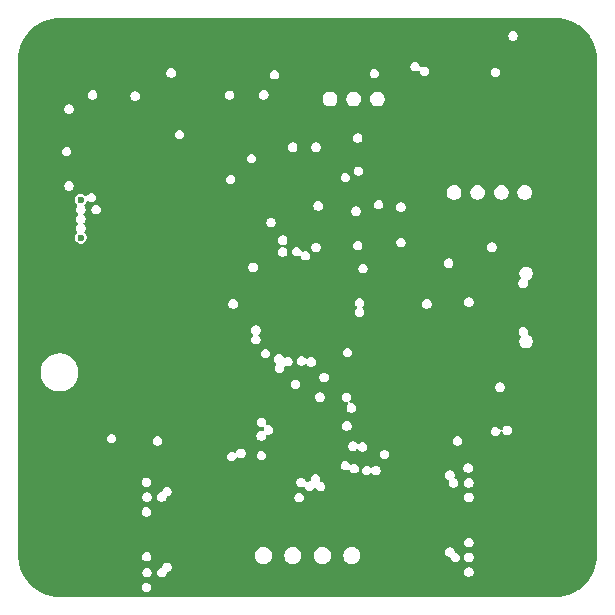
<source format=gbr>
%TF.GenerationSoftware,KiCad,Pcbnew,9.0.1-9.0.1-0~ubuntu22.04.1*%
%TF.CreationDate,2025-04-08T13:36:12+02:00*%
%TF.ProjectId,TMC262_Stepper_Driver,544d4332-3632-45f5-9374-65707065725f,rev?*%
%TF.SameCoordinates,Original*%
%TF.FileFunction,Copper,L2,Inr*%
%TF.FilePolarity,Positive*%
%FSLAX46Y46*%
G04 Gerber Fmt 4.6, Leading zero omitted, Abs format (unit mm)*
G04 Created by KiCad (PCBNEW 9.0.1-9.0.1-0~ubuntu22.04.1) date 2025-04-08 13:36:12*
%MOMM*%
%LPD*%
G01*
G04 APERTURE LIST*
G04 Aperture macros list*
%AMRoundRect*
0 Rectangle with rounded corners*
0 $1 Rounding radius*
0 $2 $3 $4 $5 $6 $7 $8 $9 X,Y pos of 4 corners*
0 Add a 4 corners polygon primitive as box body*
4,1,4,$2,$3,$4,$5,$6,$7,$8,$9,$2,$3,0*
0 Add four circle primitives for the rounded corners*
1,1,$1+$1,$2,$3*
1,1,$1+$1,$4,$5*
1,1,$1+$1,$6,$7*
1,1,$1+$1,$8,$9*
0 Add four rect primitives between the rounded corners*
20,1,$1+$1,$2,$3,$4,$5,0*
20,1,$1+$1,$4,$5,$6,$7,0*
20,1,$1+$1,$6,$7,$8,$9,0*
20,1,$1+$1,$8,$9,$2,$3,0*%
G04 Aperture macros list end*
%TA.AperFunction,ComponentPad*%
%ADD10RoundRect,0.250000X-0.350000X-0.625000X0.350000X-0.625000X0.350000X0.625000X-0.350000X0.625000X0*%
%TD*%
%TA.AperFunction,ComponentPad*%
%ADD11C,0.800000*%
%TD*%
%TA.AperFunction,ComponentPad*%
%ADD12C,6.400000*%
%TD*%
%TA.AperFunction,HeatsinkPad*%
%ADD13O,2.100000X1.000000*%
%TD*%
%TA.AperFunction,HeatsinkPad*%
%ADD14O,1.600000X1.000000*%
%TD*%
%TA.AperFunction,ComponentPad*%
%ADD15RoundRect,0.760000X-1.140000X1.140000X-1.140000X-1.140000X1.140000X-1.140000X1.140000X1.140000X0*%
%TD*%
%TA.AperFunction,ViaPad*%
%ADD16C,0.600000*%
%TD*%
G04 APERTURE END LIST*
D10*
%TO.N,GND*%
%TO.C,J5*%
X74900000Y-57350000D03*
%TD*%
D11*
%TO.N,GND*%
%TO.C,H1*%
X51600000Y-54000000D03*
X52302944Y-52302944D03*
X52302944Y-55697056D03*
X54000000Y-51600000D03*
D12*
X54000000Y-54000000D03*
D11*
X54000000Y-56400000D03*
X55697056Y-52302944D03*
X55697056Y-55697056D03*
X56400000Y-54000000D03*
%TD*%
%TO.N,GND*%
%TO.C,H4*%
X93600000Y-96000000D03*
X94302944Y-94302944D03*
X94302944Y-97697056D03*
X96000000Y-93600000D03*
D12*
X96000000Y-96000000D03*
D11*
X96000000Y-98400000D03*
X97697056Y-94302944D03*
X97697056Y-97697056D03*
X98400000Y-96000000D03*
%TD*%
%TO.N,GND*%
%TO.C,H2*%
X93600000Y-54000000D03*
X94302944Y-52302944D03*
X94302944Y-55697056D03*
X96000000Y-51600000D03*
D12*
X96000000Y-54000000D03*
D11*
X96000000Y-56400000D03*
X97697056Y-52302944D03*
X97697056Y-55697056D03*
X98400000Y-54000000D03*
%TD*%
D13*
%TO.N,GND*%
%TO.C,J3*%
X92970000Y-79320000D03*
D14*
X97150000Y-79320000D03*
D13*
X92970000Y-70680000D03*
D14*
X97150000Y-70680000D03*
%TD*%
D15*
%TO.N,GND*%
%TO.C,J4*%
X54000000Y-75500000D03*
%TD*%
D11*
%TO.N,GND*%
%TO.C,H3*%
X51600000Y-96000000D03*
X52302944Y-94302944D03*
X52302944Y-97697056D03*
X54000000Y-93600000D03*
D12*
X54000000Y-96000000D03*
D11*
X54000000Y-98400000D03*
X55697056Y-94302944D03*
X55697056Y-97697056D03*
X56400000Y-96000000D03*
%TD*%
D10*
%TO.N,GND*%
%TO.C,J6*%
X85400000Y-65250000D03*
%TD*%
D16*
%TO.N,GND*%
X76000000Y-77000000D03*
X74800000Y-63700000D03*
X98000000Y-58550001D03*
X74900000Y-54600000D03*
X81600000Y-63300000D03*
X70700000Y-70300000D03*
X85700000Y-76800000D03*
X57900000Y-93600000D03*
X74950001Y-52000000D03*
X76000000Y-74000000D03*
X91150000Y-95600000D03*
X81000000Y-75900000D03*
X88400000Y-55100000D03*
X79400000Y-79600000D03*
X52000000Y-69100000D03*
X60600000Y-73200000D03*
X56600000Y-75500000D03*
X73000000Y-73000000D03*
X83650000Y-67800000D03*
X74000000Y-77000000D03*
X98450000Y-83850000D03*
X75000000Y-77000000D03*
X94600000Y-85900000D03*
X97400000Y-84950000D03*
X74000000Y-75000000D03*
X76000000Y-75000000D03*
X66650001Y-52000000D03*
X75000000Y-75000000D03*
X90750000Y-78250000D03*
X88600000Y-72800000D03*
X68900000Y-78800000D03*
X62600000Y-73200000D03*
X73000000Y-74000000D03*
X80700000Y-71700000D03*
X74000000Y-74000000D03*
X99100000Y-66750000D03*
X74000000Y-85200000D03*
X58850000Y-95600000D03*
X73000000Y-76000000D03*
X93350000Y-75950000D03*
X51300000Y-75500000D03*
X75000000Y-87200000D03*
X64300000Y-57200000D03*
X88750000Y-77200000D03*
X59800000Y-63700000D03*
X57900000Y-89600000D03*
X82900000Y-70500000D03*
X61400000Y-57200000D03*
X70700000Y-69300000D03*
X77217816Y-80917816D03*
X74000000Y-87200000D03*
X97200000Y-86450000D03*
X71737001Y-84087900D03*
X77000000Y-75000000D03*
X92000000Y-93600000D03*
X52000000Y-65900000D03*
X63350000Y-60800000D03*
X85860000Y-55100000D03*
X61050000Y-61850000D03*
X74000000Y-73000000D03*
X61250000Y-59900000D03*
X76000000Y-86200000D03*
X61500000Y-64700000D03*
X96300000Y-66000000D03*
X71000000Y-91000000D03*
X96400000Y-62950000D03*
X92200000Y-87850000D03*
X87700000Y-71650000D03*
X81700000Y-72100000D03*
X77000000Y-74000000D03*
X91200000Y-80800000D03*
X74000000Y-86200000D03*
X67200000Y-57200000D03*
X87100000Y-77000000D03*
X99150000Y-69950000D03*
X65700000Y-70200000D03*
X99150000Y-79300000D03*
X88703459Y-75602309D03*
X55600000Y-57300000D03*
X58350001Y-52000000D03*
X75000000Y-74000000D03*
X73000000Y-77000000D03*
X59800000Y-61350000D03*
X91150000Y-91600000D03*
X70100000Y-57200000D03*
X76800000Y-82000000D03*
X77000000Y-73000000D03*
X93350000Y-59850000D03*
X64650000Y-73200000D03*
X54000000Y-72800000D03*
X75000000Y-76000000D03*
X67100000Y-86300000D03*
X75000000Y-86200000D03*
X74650000Y-80900000D03*
X71700000Y-89800000D03*
X92000000Y-89600000D03*
X73000000Y-75000000D03*
X88550000Y-79550000D03*
X90350000Y-63750000D03*
X76000000Y-73000000D03*
X58400000Y-54600000D03*
X66900000Y-68700000D03*
X70600000Y-88900000D03*
X84550000Y-69050000D03*
X89670000Y-55100000D03*
X54500000Y-63800000D03*
X57900000Y-97600000D03*
X75000000Y-73000000D03*
X90950000Y-79600000D03*
X85000000Y-72500000D03*
X87150000Y-78150000D03*
X54500000Y-60800000D03*
X76000000Y-76000000D03*
X97450000Y-90750000D03*
X81120000Y-85200000D03*
X98450000Y-89900000D03*
X62600000Y-76150000D03*
X81600000Y-60500000D03*
X75000000Y-85200000D03*
X58500000Y-57200000D03*
X59000000Y-65350000D03*
X93550000Y-73850000D03*
X83500000Y-83500000D03*
X54500000Y-62800000D03*
X71737001Y-83400000D03*
X82900000Y-86300000D03*
X83100000Y-65700000D03*
X66600000Y-54600000D03*
X69700000Y-73300000D03*
X95400000Y-60400000D03*
X82500000Y-53900000D03*
X52850000Y-67400000D03*
X93050000Y-69100000D03*
X90800000Y-71750000D03*
X92000000Y-97600000D03*
X58400000Y-87100000D03*
X77000000Y-76000000D03*
X58450000Y-61850000D03*
X58050000Y-60050000D03*
X78590000Y-89800000D03*
X77000000Y-77000000D03*
X58850000Y-91600000D03*
X76000000Y-85200000D03*
X74000000Y-76000000D03*
X82700000Y-74600000D03*
X76000000Y-87200000D03*
%TO.N,+24V*%
X55800000Y-65900000D03*
X55800000Y-69100000D03*
X55800000Y-65900000D03*
X55800000Y-65900000D03*
X55800000Y-69100000D03*
X55800000Y-65900000D03*
X55800000Y-69100000D03*
%TD*%
%TA.AperFunction,Conductor*%
%TO.N,GND*%
G36*
X96003032Y-50500648D02*
G01*
X96336929Y-50517052D01*
X96349037Y-50518245D01*
X96452146Y-50533539D01*
X96676699Y-50566849D01*
X96688617Y-50569219D01*
X97009951Y-50649709D01*
X97021588Y-50653240D01*
X97092806Y-50678722D01*
X97333467Y-50764832D01*
X97344688Y-50769479D01*
X97644163Y-50911120D01*
X97654871Y-50916844D01*
X97938988Y-51087137D01*
X97949106Y-51093897D01*
X98215170Y-51291224D01*
X98224576Y-51298944D01*
X98470013Y-51521395D01*
X98478604Y-51529986D01*
X98541608Y-51599500D01*
X98701055Y-51775423D01*
X98708775Y-51784829D01*
X98906102Y-52050893D01*
X98912862Y-52061011D01*
X99068381Y-52320480D01*
X99083148Y-52345116D01*
X99088885Y-52355848D01*
X99230514Y-52655297D01*
X99235170Y-52666540D01*
X99346759Y-52978411D01*
X99350292Y-52990055D01*
X99430777Y-53311369D01*
X99433151Y-53323305D01*
X99481754Y-53650962D01*
X99482947Y-53663071D01*
X99499351Y-53996966D01*
X99499500Y-54003051D01*
X99499500Y-95996948D01*
X99499351Y-96003033D01*
X99482947Y-96336928D01*
X99481754Y-96349037D01*
X99433151Y-96676694D01*
X99430777Y-96688630D01*
X99350292Y-97009944D01*
X99346759Y-97021588D01*
X99235170Y-97333459D01*
X99230514Y-97344702D01*
X99088885Y-97644151D01*
X99083148Y-97654883D01*
X98912862Y-97938988D01*
X98906102Y-97949106D01*
X98708775Y-98215170D01*
X98701055Y-98224576D01*
X98478611Y-98470006D01*
X98470006Y-98478611D01*
X98224576Y-98701055D01*
X98215170Y-98708775D01*
X97949106Y-98906102D01*
X97938988Y-98912862D01*
X97654883Y-99083148D01*
X97644151Y-99088885D01*
X97344702Y-99230514D01*
X97333459Y-99235170D01*
X97021588Y-99346759D01*
X97009944Y-99350292D01*
X96688630Y-99430777D01*
X96676694Y-99433151D01*
X96349037Y-99481754D01*
X96336928Y-99482947D01*
X96021989Y-99498419D01*
X96003031Y-99499351D01*
X95996949Y-99499500D01*
X54003051Y-99499500D01*
X53996968Y-99499351D01*
X53976900Y-99498365D01*
X53663071Y-99482947D01*
X53650962Y-99481754D01*
X53323305Y-99433151D01*
X53311369Y-99430777D01*
X52990055Y-99350292D01*
X52978411Y-99346759D01*
X52666540Y-99235170D01*
X52655301Y-99230515D01*
X52355844Y-99088883D01*
X52345121Y-99083150D01*
X52061011Y-98912862D01*
X52050893Y-98906102D01*
X51825237Y-98738744D01*
X51825237Y-98738743D01*
X51784829Y-98708774D01*
X51775423Y-98701055D01*
X51716086Y-98647275D01*
X51716084Y-98647273D01*
X60949500Y-98647273D01*
X60949500Y-98752727D01*
X60976793Y-98854587D01*
X61029520Y-98945913D01*
X61104087Y-99020480D01*
X61195413Y-99073207D01*
X61297273Y-99100500D01*
X61297275Y-99100500D01*
X61402725Y-99100500D01*
X61402727Y-99100500D01*
X61504587Y-99073207D01*
X61595913Y-99020480D01*
X61670480Y-98945913D01*
X61723207Y-98854587D01*
X61750500Y-98752727D01*
X61750500Y-98647273D01*
X61723207Y-98545413D01*
X61670480Y-98454087D01*
X61595913Y-98379520D01*
X61504587Y-98326793D01*
X61402727Y-98299500D01*
X61297273Y-98299500D01*
X61195413Y-98326793D01*
X61195410Y-98326794D01*
X61104085Y-98379521D01*
X61029521Y-98454085D01*
X60976794Y-98545410D01*
X60976793Y-98545413D01*
X60949500Y-98647273D01*
X51716084Y-98647273D01*
X51529986Y-98478604D01*
X51521395Y-98470013D01*
X51298944Y-98224576D01*
X51291224Y-98215170D01*
X51093897Y-97949106D01*
X51087137Y-97938988D01*
X50916844Y-97654871D01*
X50911120Y-97644163D01*
X50794350Y-97397273D01*
X60999500Y-97397273D01*
X60999500Y-97502727D01*
X61026793Y-97604587D01*
X61079520Y-97695913D01*
X61154087Y-97770480D01*
X61245413Y-97823207D01*
X61347273Y-97850500D01*
X61347275Y-97850500D01*
X61452725Y-97850500D01*
X61452727Y-97850500D01*
X61554587Y-97823207D01*
X61645913Y-97770480D01*
X61720480Y-97695913D01*
X61773207Y-97604587D01*
X61800500Y-97502727D01*
X61800500Y-97397273D01*
X61796481Y-97382273D01*
X62264500Y-97382273D01*
X62264500Y-97487727D01*
X62291793Y-97589587D01*
X62344520Y-97680913D01*
X62419087Y-97755480D01*
X62510413Y-97808207D01*
X62612273Y-97835500D01*
X62612275Y-97835500D01*
X62717725Y-97835500D01*
X62717727Y-97835500D01*
X62819587Y-97808207D01*
X62910913Y-97755480D01*
X62985480Y-97680913D01*
X63038207Y-97589587D01*
X63065404Y-97488083D01*
X63101767Y-97428425D01*
X63153083Y-97400404D01*
X63254587Y-97373207D01*
X63299506Y-97347273D01*
X88249500Y-97347273D01*
X88249500Y-97452727D01*
X88276793Y-97554587D01*
X88329520Y-97645913D01*
X88404087Y-97720480D01*
X88495413Y-97773207D01*
X88597273Y-97800500D01*
X88597275Y-97800500D01*
X88702725Y-97800500D01*
X88702727Y-97800500D01*
X88804587Y-97773207D01*
X88895913Y-97720480D01*
X88970480Y-97645913D01*
X89023207Y-97554587D01*
X89050500Y-97452727D01*
X89050500Y-97347273D01*
X89023207Y-97245413D01*
X88970480Y-97154087D01*
X88895913Y-97079520D01*
X88804587Y-97026793D01*
X88702727Y-96999500D01*
X88597273Y-96999500D01*
X88495413Y-97026793D01*
X88495410Y-97026794D01*
X88404085Y-97079521D01*
X88329521Y-97154085D01*
X88276794Y-97245410D01*
X88276793Y-97245413D01*
X88249500Y-97347273D01*
X63299506Y-97347273D01*
X63345913Y-97320480D01*
X63420480Y-97245913D01*
X63473207Y-97154587D01*
X63500500Y-97052727D01*
X63500500Y-96947273D01*
X63473207Y-96845413D01*
X63420480Y-96754087D01*
X63345913Y-96679520D01*
X63254587Y-96626793D01*
X63152727Y-96599500D01*
X63047273Y-96599500D01*
X62945413Y-96626793D01*
X62945410Y-96626794D01*
X62854085Y-96679521D01*
X62779521Y-96754085D01*
X62726794Y-96845410D01*
X62726793Y-96845411D01*
X62699596Y-96946915D01*
X62663231Y-97006575D01*
X62611915Y-97034596D01*
X62510411Y-97061793D01*
X62510410Y-97061794D01*
X62419085Y-97114521D01*
X62344521Y-97189085D01*
X62291794Y-97280410D01*
X62291793Y-97280413D01*
X62264500Y-97382273D01*
X61796481Y-97382273D01*
X61773207Y-97295413D01*
X61720480Y-97204087D01*
X61645913Y-97129520D01*
X61559312Y-97079521D01*
X61554589Y-97076794D01*
X61554588Y-97076793D01*
X61554587Y-97076793D01*
X61452727Y-97049500D01*
X61347273Y-97049500D01*
X61245413Y-97076793D01*
X61245410Y-97076794D01*
X61154085Y-97129521D01*
X61079521Y-97204085D01*
X61026794Y-97295410D01*
X61026793Y-97295413D01*
X60999500Y-97397273D01*
X50794350Y-97397273D01*
X50769479Y-97344688D01*
X50764829Y-97333459D01*
X50760184Y-97320478D01*
X50686492Y-97114521D01*
X50653240Y-97021588D01*
X50649707Y-97009944D01*
X50640958Y-96975015D01*
X50569219Y-96688617D01*
X50566848Y-96676694D01*
X50561839Y-96642929D01*
X50529230Y-96423091D01*
X50518245Y-96349037D01*
X50517052Y-96336927D01*
X50506404Y-96120185D01*
X50502951Y-96049884D01*
X60979500Y-96049884D01*
X60979500Y-96155338D01*
X61006793Y-96257198D01*
X61059520Y-96348524D01*
X61134087Y-96423091D01*
X61225413Y-96475818D01*
X61327273Y-96503111D01*
X61327275Y-96503111D01*
X61432725Y-96503111D01*
X61432727Y-96503111D01*
X61534587Y-96475818D01*
X61625913Y-96423091D01*
X61700480Y-96348524D01*
X61753207Y-96257198D01*
X61780500Y-96155338D01*
X61780500Y-96071457D01*
X70524499Y-96071457D01*
X70552379Y-96211614D01*
X70552381Y-96211620D01*
X70607069Y-96343650D01*
X70607074Y-96343659D01*
X70686467Y-96462478D01*
X70686470Y-96462482D01*
X70787517Y-96563529D01*
X70787521Y-96563532D01*
X70906340Y-96642925D01*
X70906346Y-96642928D01*
X70906347Y-96642929D01*
X71038380Y-96697619D01*
X71038384Y-96697619D01*
X71038385Y-96697620D01*
X71178542Y-96725500D01*
X71178545Y-96725500D01*
X71321457Y-96725500D01*
X71415751Y-96706742D01*
X71461620Y-96697619D01*
X71593653Y-96642929D01*
X71712479Y-96563532D01*
X71813532Y-96462479D01*
X71892929Y-96343653D01*
X71947619Y-96211620D01*
X71965807Y-96120185D01*
X71975500Y-96071457D01*
X73024499Y-96071457D01*
X73052379Y-96211614D01*
X73052381Y-96211620D01*
X73107069Y-96343650D01*
X73107074Y-96343659D01*
X73186467Y-96462478D01*
X73186470Y-96462482D01*
X73287517Y-96563529D01*
X73287521Y-96563532D01*
X73406340Y-96642925D01*
X73406346Y-96642928D01*
X73406347Y-96642929D01*
X73538380Y-96697619D01*
X73538384Y-96697619D01*
X73538385Y-96697620D01*
X73678542Y-96725500D01*
X73678545Y-96725500D01*
X73821457Y-96725500D01*
X73915751Y-96706742D01*
X73961620Y-96697619D01*
X74093653Y-96642929D01*
X74212479Y-96563532D01*
X74313532Y-96462479D01*
X74392929Y-96343653D01*
X74447619Y-96211620D01*
X74465807Y-96120185D01*
X74475500Y-96071457D01*
X75524499Y-96071457D01*
X75552379Y-96211614D01*
X75552381Y-96211620D01*
X75607069Y-96343650D01*
X75607074Y-96343659D01*
X75686467Y-96462478D01*
X75686470Y-96462482D01*
X75787517Y-96563529D01*
X75787521Y-96563532D01*
X75906340Y-96642925D01*
X75906346Y-96642928D01*
X75906347Y-96642929D01*
X76038380Y-96697619D01*
X76038384Y-96697619D01*
X76038385Y-96697620D01*
X76178542Y-96725500D01*
X76178545Y-96725500D01*
X76321457Y-96725500D01*
X76415751Y-96706742D01*
X76461620Y-96697619D01*
X76593653Y-96642929D01*
X76712479Y-96563532D01*
X76813532Y-96462479D01*
X76892929Y-96343653D01*
X76947619Y-96211620D01*
X76965807Y-96120185D01*
X76975500Y-96071457D01*
X78024499Y-96071457D01*
X78052379Y-96211614D01*
X78052381Y-96211620D01*
X78107069Y-96343650D01*
X78107074Y-96343659D01*
X78186467Y-96462478D01*
X78186470Y-96462482D01*
X78287517Y-96563529D01*
X78287521Y-96563532D01*
X78406340Y-96642925D01*
X78406346Y-96642928D01*
X78406347Y-96642929D01*
X78538380Y-96697619D01*
X78538384Y-96697619D01*
X78538385Y-96697620D01*
X78678542Y-96725500D01*
X78678545Y-96725500D01*
X78821457Y-96725500D01*
X78915751Y-96706742D01*
X78961620Y-96697619D01*
X79093653Y-96642929D01*
X79212479Y-96563532D01*
X79313532Y-96462479D01*
X79392929Y-96343653D01*
X79447619Y-96211620D01*
X79465807Y-96120185D01*
X79475500Y-96071457D01*
X79475500Y-95928542D01*
X79447620Y-95788385D01*
X79447619Y-95788384D01*
X79447619Y-95788380D01*
X79392929Y-95656347D01*
X79392928Y-95656346D01*
X79392925Y-95656340D01*
X79386867Y-95647273D01*
X86649500Y-95647273D01*
X86649500Y-95752727D01*
X86670077Y-95829520D01*
X86676793Y-95854586D01*
X86676794Y-95854589D01*
X86678012Y-95856698D01*
X86729520Y-95945913D01*
X86804087Y-96020480D01*
X86895413Y-96073207D01*
X86997273Y-96100500D01*
X86997281Y-96100500D01*
X87005333Y-96101561D01*
X87004915Y-96104732D01*
X87057539Y-96120185D01*
X87103294Y-96172989D01*
X87111333Y-96209944D01*
X87113439Y-96209667D01*
X87114500Y-96217725D01*
X87114500Y-96217727D01*
X87141793Y-96319587D01*
X87194520Y-96410913D01*
X87269087Y-96485480D01*
X87360413Y-96538207D01*
X87462273Y-96565500D01*
X87462275Y-96565500D01*
X87567725Y-96565500D01*
X87567727Y-96565500D01*
X87669587Y-96538207D01*
X87760913Y-96485480D01*
X87835480Y-96410913D01*
X87888207Y-96319587D01*
X87915500Y-96217727D01*
X87915500Y-96112273D01*
X87911481Y-96097273D01*
X88249500Y-96097273D01*
X88249500Y-96202727D01*
X88276793Y-96304587D01*
X88329520Y-96395913D01*
X88404087Y-96470480D01*
X88495413Y-96523207D01*
X88597273Y-96550500D01*
X88597275Y-96550500D01*
X88702725Y-96550500D01*
X88702727Y-96550500D01*
X88804587Y-96523207D01*
X88895913Y-96470480D01*
X88970480Y-96395913D01*
X89023207Y-96304587D01*
X89050500Y-96202727D01*
X89050500Y-96097273D01*
X89023207Y-95995413D01*
X88970480Y-95904087D01*
X88895913Y-95829520D01*
X88824655Y-95788379D01*
X88804589Y-95776794D01*
X88804588Y-95776793D01*
X88804587Y-95776793D01*
X88702727Y-95749500D01*
X88597273Y-95749500D01*
X88495413Y-95776793D01*
X88495410Y-95776794D01*
X88404085Y-95829521D01*
X88329521Y-95904085D01*
X88276794Y-95995410D01*
X88276793Y-95995413D01*
X88249500Y-96097273D01*
X87911481Y-96097273D01*
X87888207Y-96010413D01*
X87835480Y-95919087D01*
X87760913Y-95844520D01*
X87669587Y-95791793D01*
X87567727Y-95764500D01*
X87567726Y-95764500D01*
X87559667Y-95763439D01*
X87560084Y-95760267D01*
X87507461Y-95744815D01*
X87461706Y-95692011D01*
X87453666Y-95655055D01*
X87451561Y-95655333D01*
X87450500Y-95647280D01*
X87450500Y-95647273D01*
X87423207Y-95545413D01*
X87370480Y-95454087D01*
X87295913Y-95379520D01*
X87204587Y-95326793D01*
X87102727Y-95299500D01*
X86997273Y-95299500D01*
X86895413Y-95326793D01*
X86895410Y-95326794D01*
X86804085Y-95379521D01*
X86729521Y-95454085D01*
X86676794Y-95545410D01*
X86676793Y-95545413D01*
X86649500Y-95647273D01*
X79386867Y-95647273D01*
X79313532Y-95537521D01*
X79313529Y-95537517D01*
X79212482Y-95436470D01*
X79212478Y-95436467D01*
X79093659Y-95357074D01*
X79093650Y-95357069D01*
X78961620Y-95302381D01*
X78961614Y-95302379D01*
X78821457Y-95274500D01*
X78821455Y-95274500D01*
X78678545Y-95274500D01*
X78678543Y-95274500D01*
X78538385Y-95302379D01*
X78538379Y-95302381D01*
X78406349Y-95357069D01*
X78406340Y-95357074D01*
X78287521Y-95436467D01*
X78287517Y-95436470D01*
X78186470Y-95537517D01*
X78186467Y-95537521D01*
X78107074Y-95656340D01*
X78107069Y-95656349D01*
X78052381Y-95788379D01*
X78052379Y-95788385D01*
X78024500Y-95928542D01*
X78024500Y-95928545D01*
X78024500Y-96071455D01*
X78024500Y-96071457D01*
X78024499Y-96071457D01*
X76975500Y-96071457D01*
X76975500Y-95928542D01*
X76947620Y-95788385D01*
X76947619Y-95788384D01*
X76947619Y-95788380D01*
X76892929Y-95656347D01*
X76892928Y-95656346D01*
X76892925Y-95656340D01*
X76813532Y-95537521D01*
X76813529Y-95537517D01*
X76712482Y-95436470D01*
X76712478Y-95436467D01*
X76593659Y-95357074D01*
X76593650Y-95357069D01*
X76461620Y-95302381D01*
X76461614Y-95302379D01*
X76321457Y-95274500D01*
X76321455Y-95274500D01*
X76178545Y-95274500D01*
X76178543Y-95274500D01*
X76038385Y-95302379D01*
X76038379Y-95302381D01*
X75906349Y-95357069D01*
X75906340Y-95357074D01*
X75787521Y-95436467D01*
X75787517Y-95436470D01*
X75686470Y-95537517D01*
X75686467Y-95537521D01*
X75607074Y-95656340D01*
X75607069Y-95656349D01*
X75552381Y-95788379D01*
X75552379Y-95788385D01*
X75524500Y-95928542D01*
X75524500Y-95928545D01*
X75524500Y-96071455D01*
X75524500Y-96071457D01*
X75524499Y-96071457D01*
X74475500Y-96071457D01*
X74475500Y-95928542D01*
X74447620Y-95788385D01*
X74447619Y-95788384D01*
X74447619Y-95788380D01*
X74392929Y-95656347D01*
X74392928Y-95656346D01*
X74392925Y-95656340D01*
X74313532Y-95537521D01*
X74313529Y-95537517D01*
X74212482Y-95436470D01*
X74212478Y-95436467D01*
X74093659Y-95357074D01*
X74093650Y-95357069D01*
X73961620Y-95302381D01*
X73961614Y-95302379D01*
X73821457Y-95274500D01*
X73821455Y-95274500D01*
X73678545Y-95274500D01*
X73678543Y-95274500D01*
X73538385Y-95302379D01*
X73538379Y-95302381D01*
X73406349Y-95357069D01*
X73406340Y-95357074D01*
X73287521Y-95436467D01*
X73287517Y-95436470D01*
X73186470Y-95537517D01*
X73186467Y-95537521D01*
X73107074Y-95656340D01*
X73107069Y-95656349D01*
X73052381Y-95788379D01*
X73052379Y-95788385D01*
X73024500Y-95928542D01*
X73024500Y-95928545D01*
X73024500Y-96071455D01*
X73024500Y-96071457D01*
X73024499Y-96071457D01*
X71975500Y-96071457D01*
X71975500Y-95928542D01*
X71947620Y-95788385D01*
X71947619Y-95788384D01*
X71947619Y-95788380D01*
X71892929Y-95656347D01*
X71892928Y-95656346D01*
X71892925Y-95656340D01*
X71813532Y-95537521D01*
X71813529Y-95537517D01*
X71712482Y-95436470D01*
X71712478Y-95436467D01*
X71593659Y-95357074D01*
X71593650Y-95357069D01*
X71461620Y-95302381D01*
X71461614Y-95302379D01*
X71321457Y-95274500D01*
X71321455Y-95274500D01*
X71178545Y-95274500D01*
X71178543Y-95274500D01*
X71038385Y-95302379D01*
X71038379Y-95302381D01*
X70906349Y-95357069D01*
X70906340Y-95357074D01*
X70787521Y-95436467D01*
X70787517Y-95436470D01*
X70686470Y-95537517D01*
X70686467Y-95537521D01*
X70607074Y-95656340D01*
X70607069Y-95656349D01*
X70552381Y-95788379D01*
X70552379Y-95788385D01*
X70524500Y-95928542D01*
X70524500Y-95928545D01*
X70524500Y-96071455D01*
X70524500Y-96071457D01*
X70524499Y-96071457D01*
X61780500Y-96071457D01*
X61780500Y-96049884D01*
X61753207Y-95948024D01*
X61700480Y-95856698D01*
X61625913Y-95782131D01*
X61534587Y-95729404D01*
X61432727Y-95702111D01*
X61327273Y-95702111D01*
X61225413Y-95729404D01*
X61225410Y-95729405D01*
X61134085Y-95782132D01*
X61059521Y-95856696D01*
X61006794Y-95948021D01*
X61006793Y-95948024D01*
X60979500Y-96049884D01*
X50502951Y-96049884D01*
X50500649Y-96003031D01*
X50500500Y-95996948D01*
X50500500Y-94841012D01*
X88249500Y-94841012D01*
X88249500Y-94946466D01*
X88276793Y-95048326D01*
X88329520Y-95139652D01*
X88404087Y-95214219D01*
X88495413Y-95266946D01*
X88597273Y-95294239D01*
X88597275Y-95294239D01*
X88702725Y-95294239D01*
X88702727Y-95294239D01*
X88804587Y-95266946D01*
X88895913Y-95214219D01*
X88970480Y-95139652D01*
X89023207Y-95048326D01*
X89050500Y-94946466D01*
X89050500Y-94841012D01*
X89023207Y-94739152D01*
X88970480Y-94647826D01*
X88895913Y-94573259D01*
X88804587Y-94520532D01*
X88702727Y-94493239D01*
X88597273Y-94493239D01*
X88495413Y-94520532D01*
X88495410Y-94520533D01*
X88404085Y-94573260D01*
X88329521Y-94647824D01*
X88276794Y-94739149D01*
X88276793Y-94739152D01*
X88249500Y-94841012D01*
X50500500Y-94841012D01*
X50500500Y-92253534D01*
X60949500Y-92253534D01*
X60949500Y-92358988D01*
X60976793Y-92460848D01*
X61029520Y-92552174D01*
X61104087Y-92626741D01*
X61195413Y-92679468D01*
X61297273Y-92706761D01*
X61297275Y-92706761D01*
X61402725Y-92706761D01*
X61402727Y-92706761D01*
X61504587Y-92679468D01*
X61595913Y-92626741D01*
X61670480Y-92552174D01*
X61723207Y-92460848D01*
X61750500Y-92358988D01*
X61750500Y-92253534D01*
X61723207Y-92151674D01*
X61670480Y-92060348D01*
X61595913Y-91985781D01*
X61504587Y-91933054D01*
X61402727Y-91905761D01*
X61297273Y-91905761D01*
X61195413Y-91933054D01*
X61195410Y-91933055D01*
X61104085Y-91985782D01*
X61029521Y-92060346D01*
X60976794Y-92151671D01*
X60976793Y-92151674D01*
X60949500Y-92253534D01*
X50500500Y-92253534D01*
X50500500Y-90997273D01*
X60999500Y-90997273D01*
X60999500Y-91102727D01*
X61026793Y-91204587D01*
X61079520Y-91295913D01*
X61154087Y-91370480D01*
X61245413Y-91423207D01*
X61347273Y-91450500D01*
X61347275Y-91450500D01*
X61452725Y-91450500D01*
X61452727Y-91450500D01*
X61554587Y-91423207D01*
X61645913Y-91370480D01*
X61720480Y-91295913D01*
X61773207Y-91204587D01*
X61800500Y-91102727D01*
X61800500Y-90997273D01*
X61796481Y-90982273D01*
X62264500Y-90982273D01*
X62264500Y-91087727D01*
X62291793Y-91189587D01*
X62344520Y-91280913D01*
X62419087Y-91355480D01*
X62510413Y-91408207D01*
X62612273Y-91435500D01*
X62612275Y-91435500D01*
X62717725Y-91435500D01*
X62717727Y-91435500D01*
X62819587Y-91408207D01*
X62910913Y-91355480D01*
X62985480Y-91280913D01*
X63038207Y-91189587D01*
X63065404Y-91088083D01*
X63067824Y-91084113D01*
X63068052Y-91079464D01*
X63085841Y-91054553D01*
X63090278Y-91047273D01*
X73882581Y-91047273D01*
X73882581Y-91152727D01*
X73909874Y-91254587D01*
X73962601Y-91345913D01*
X74037168Y-91420480D01*
X74128494Y-91473207D01*
X74230354Y-91500500D01*
X74230356Y-91500500D01*
X74335806Y-91500500D01*
X74335808Y-91500500D01*
X74437668Y-91473207D01*
X74528994Y-91420480D01*
X74603561Y-91345913D01*
X74656288Y-91254587D01*
X74683581Y-91152727D01*
X74683581Y-91047273D01*
X74675752Y-91018054D01*
X88249500Y-91018054D01*
X88249500Y-91123508D01*
X88276793Y-91225368D01*
X88329520Y-91316694D01*
X88404087Y-91391261D01*
X88495413Y-91443988D01*
X88597273Y-91471281D01*
X88597275Y-91471281D01*
X88702725Y-91471281D01*
X88702727Y-91471281D01*
X88804587Y-91443988D01*
X88895913Y-91391261D01*
X88970480Y-91316694D01*
X89023207Y-91225368D01*
X89050500Y-91123508D01*
X89050500Y-91018054D01*
X89023207Y-90916194D01*
X88970480Y-90824868D01*
X88895913Y-90750301D01*
X88804587Y-90697574D01*
X88702727Y-90670281D01*
X88597273Y-90670281D01*
X88495413Y-90697574D01*
X88495410Y-90697575D01*
X88404085Y-90750302D01*
X88329521Y-90824866D01*
X88276794Y-90916191D01*
X88276793Y-90916194D01*
X88249500Y-91018054D01*
X74675752Y-91018054D01*
X74656288Y-90945413D01*
X74603561Y-90854087D01*
X74528994Y-90779520D01*
X74442393Y-90729521D01*
X74437670Y-90726794D01*
X74437669Y-90726793D01*
X74437668Y-90726793D01*
X74335808Y-90699500D01*
X74230354Y-90699500D01*
X74128494Y-90726793D01*
X74128491Y-90726794D01*
X74037166Y-90779521D01*
X73962602Y-90854085D01*
X73909875Y-90945410D01*
X73909874Y-90945413D01*
X73882581Y-91047273D01*
X63090278Y-91047273D01*
X63101767Y-91028425D01*
X63106704Y-91025338D01*
X63108657Y-91022605D01*
X63120733Y-91016570D01*
X63139246Y-91004999D01*
X63150528Y-91000500D01*
X63152727Y-91000500D01*
X63254587Y-90973207D01*
X63345913Y-90920480D01*
X63420480Y-90845913D01*
X63473207Y-90754587D01*
X63500500Y-90652727D01*
X63500500Y-90547273D01*
X63473207Y-90445413D01*
X63420480Y-90354087D01*
X63345913Y-90279520D01*
X63254587Y-90226793D01*
X63152727Y-90199500D01*
X63047273Y-90199500D01*
X62945413Y-90226793D01*
X62945410Y-90226794D01*
X62854085Y-90279521D01*
X62779521Y-90354085D01*
X62726794Y-90445410D01*
X62726793Y-90445411D01*
X62699596Y-90546915D01*
X62663231Y-90606575D01*
X62611915Y-90634596D01*
X62510411Y-90661793D01*
X62510410Y-90661794D01*
X62419085Y-90714521D01*
X62344521Y-90789085D01*
X62291794Y-90880410D01*
X62291793Y-90880413D01*
X62264500Y-90982273D01*
X61796481Y-90982273D01*
X61773207Y-90895413D01*
X61720480Y-90804087D01*
X61645913Y-90729520D01*
X61554587Y-90676793D01*
X61452727Y-90649500D01*
X61347273Y-90649500D01*
X61245413Y-90676793D01*
X61245410Y-90676794D01*
X61154085Y-90729521D01*
X61079521Y-90804085D01*
X61026794Y-90895410D01*
X61026793Y-90895413D01*
X60999500Y-90997273D01*
X50500500Y-90997273D01*
X50500500Y-89747273D01*
X60949500Y-89747273D01*
X60949500Y-89852727D01*
X60966917Y-89917726D01*
X60976793Y-89954586D01*
X60976794Y-89954589D01*
X60979922Y-89960006D01*
X61029520Y-90045913D01*
X61104087Y-90120480D01*
X61195413Y-90173207D01*
X61297273Y-90200500D01*
X61297275Y-90200500D01*
X61402725Y-90200500D01*
X61402727Y-90200500D01*
X61504587Y-90173207D01*
X61595913Y-90120480D01*
X61670480Y-90045913D01*
X61723207Y-89954587D01*
X61750500Y-89852727D01*
X61750500Y-89752690D01*
X74041980Y-89752690D01*
X74041980Y-89858144D01*
X74069273Y-89960004D01*
X74122000Y-90051330D01*
X74196567Y-90125897D01*
X74287893Y-90178624D01*
X74389753Y-90205917D01*
X74389755Y-90205917D01*
X74495205Y-90205917D01*
X74495207Y-90205917D01*
X74597067Y-90178624D01*
X74609852Y-90171242D01*
X74677749Y-90154769D01*
X74743777Y-90177620D01*
X74786969Y-90232540D01*
X74791627Y-90246535D01*
X74801312Y-90282682D01*
X74801313Y-90282683D01*
X74854039Y-90374007D01*
X74928606Y-90448574D01*
X75019932Y-90501301D01*
X75121792Y-90528594D01*
X75121794Y-90528594D01*
X75227244Y-90528594D01*
X75227246Y-90528594D01*
X75329106Y-90501301D01*
X75420432Y-90448574D01*
X75494999Y-90374007D01*
X75523780Y-90324155D01*
X75574345Y-90275942D01*
X75642952Y-90262718D01*
X75707817Y-90288686D01*
X75738552Y-90324155D01*
X75790195Y-90413603D01*
X75864762Y-90488170D01*
X75956088Y-90540897D01*
X76057948Y-90568190D01*
X76057950Y-90568190D01*
X76163400Y-90568190D01*
X76163402Y-90568190D01*
X76265262Y-90540897D01*
X76356588Y-90488170D01*
X76431155Y-90413603D01*
X76483882Y-90322277D01*
X76511175Y-90220417D01*
X76511175Y-90114963D01*
X76483882Y-90013103D01*
X76431155Y-89921777D01*
X76356588Y-89847210D01*
X76270098Y-89797275D01*
X76265264Y-89794484D01*
X76265263Y-89794483D01*
X76265262Y-89794483D01*
X76163402Y-89767190D01*
X76163398Y-89767189D01*
X76158332Y-89766522D01*
X76094438Y-89738250D01*
X76055972Y-89679922D01*
X76054754Y-89611492D01*
X76070500Y-89552727D01*
X76070500Y-89447273D01*
X76043207Y-89345413D01*
X75990480Y-89254087D01*
X75915913Y-89179520D01*
X75824587Y-89126793D01*
X75722727Y-89099500D01*
X75617273Y-89099500D01*
X75515413Y-89126793D01*
X75515410Y-89126794D01*
X75424085Y-89179521D01*
X75349521Y-89254085D01*
X75296794Y-89345410D01*
X75296793Y-89345413D01*
X75269500Y-89447273D01*
X75269500Y-89552727D01*
X75274530Y-89571502D01*
X75272868Y-89641350D01*
X75233706Y-89699213D01*
X75184227Y-89724041D01*
X75169706Y-89727594D01*
X75121792Y-89727594D01*
X75019932Y-89754887D01*
X74991815Y-89771119D01*
X74974617Y-89775328D01*
X74956683Y-89774509D01*
X74939241Y-89778740D01*
X74922509Y-89772948D01*
X74904820Y-89772141D01*
X74890177Y-89761757D01*
X74873215Y-89755886D01*
X74862269Y-89741966D01*
X74847826Y-89731724D01*
X74841121Y-89715072D01*
X74830027Y-89700963D01*
X74825371Y-89686973D01*
X74816693Y-89654587D01*
X74815687Y-89650830D01*
X74762960Y-89559504D01*
X74688393Y-89484937D01*
X74597067Y-89432210D01*
X74495207Y-89404917D01*
X74389753Y-89404917D01*
X74287893Y-89432210D01*
X74287890Y-89432211D01*
X74196565Y-89484938D01*
X74122001Y-89559502D01*
X74069274Y-89650827D01*
X74069273Y-89650830D01*
X74041980Y-89752690D01*
X61750500Y-89752690D01*
X61750500Y-89747273D01*
X61723207Y-89645413D01*
X61670480Y-89554087D01*
X61595913Y-89479520D01*
X61504587Y-89426793D01*
X61402727Y-89399500D01*
X61297273Y-89399500D01*
X61195413Y-89426793D01*
X61195410Y-89426794D01*
X61104085Y-89479521D01*
X61029521Y-89554085D01*
X60976794Y-89645410D01*
X60976793Y-89645413D01*
X60949500Y-89747273D01*
X50500500Y-89747273D01*
X50500500Y-88347273D01*
X77799500Y-88347273D01*
X77799500Y-88452727D01*
X77826793Y-88554587D01*
X77879520Y-88645913D01*
X77954087Y-88720480D01*
X78045413Y-88773207D01*
X78147273Y-88800500D01*
X78147275Y-88800500D01*
X78252725Y-88800500D01*
X78252727Y-88800500D01*
X78354587Y-88773207D01*
X78407195Y-88742833D01*
X78475090Y-88726361D01*
X78541117Y-88749212D01*
X78583753Y-88802768D01*
X78585742Y-88807569D01*
X78585742Y-88807570D01*
X78638469Y-88898896D01*
X78713036Y-88973463D01*
X78804362Y-89026190D01*
X78906222Y-89053483D01*
X78906224Y-89053483D01*
X79011674Y-89053483D01*
X79011676Y-89053483D01*
X79113536Y-89026190D01*
X79204862Y-88973463D01*
X79279429Y-88898896D01*
X79332156Y-88807570D01*
X79348312Y-88747273D01*
X79599500Y-88747273D01*
X79599500Y-88852727D01*
X79626793Y-88954587D01*
X79679520Y-89045913D01*
X79754087Y-89120480D01*
X79845413Y-89173207D01*
X79947273Y-89200500D01*
X79947275Y-89200500D01*
X80052725Y-89200500D01*
X80052727Y-89200500D01*
X80154587Y-89173207D01*
X80245913Y-89120480D01*
X80312819Y-89053574D01*
X80374142Y-89020089D01*
X80443834Y-89025073D01*
X80488181Y-89053574D01*
X80554087Y-89119480D01*
X80645413Y-89172207D01*
X80747273Y-89199500D01*
X80747275Y-89199500D01*
X80852725Y-89199500D01*
X80852727Y-89199500D01*
X80954587Y-89172207D01*
X80997774Y-89147273D01*
X86649500Y-89147273D01*
X86649500Y-89252727D01*
X86676793Y-89354587D01*
X86729520Y-89445913D01*
X86804087Y-89520480D01*
X86895413Y-89573207D01*
X86899864Y-89574399D01*
X86959524Y-89610764D01*
X86990053Y-89673611D01*
X86987545Y-89726266D01*
X86964500Y-89812273D01*
X86964500Y-89917727D01*
X86991793Y-90019587D01*
X87044520Y-90110913D01*
X87119087Y-90185480D01*
X87210413Y-90238207D01*
X87312273Y-90265500D01*
X87312275Y-90265500D01*
X87417725Y-90265500D01*
X87417727Y-90265500D01*
X87519587Y-90238207D01*
X87610913Y-90185480D01*
X87685480Y-90110913D01*
X87738207Y-90019587D01*
X87765500Y-89917727D01*
X87765500Y-89812273D01*
X87761481Y-89797273D01*
X88249500Y-89797273D01*
X88249500Y-89902727D01*
X88276793Y-90004587D01*
X88329520Y-90095913D01*
X88404087Y-90170480D01*
X88495413Y-90223207D01*
X88597273Y-90250500D01*
X88597275Y-90250500D01*
X88702725Y-90250500D01*
X88702727Y-90250500D01*
X88804587Y-90223207D01*
X88895913Y-90170480D01*
X88970480Y-90095913D01*
X89023207Y-90004587D01*
X89050500Y-89902727D01*
X89050500Y-89797273D01*
X89023207Y-89695413D01*
X88970480Y-89604087D01*
X88895913Y-89529520D01*
X88809312Y-89479521D01*
X88804589Y-89476794D01*
X88804588Y-89476793D01*
X88804587Y-89476793D01*
X88702727Y-89449500D01*
X88597273Y-89449500D01*
X88495413Y-89476793D01*
X88495410Y-89476794D01*
X88404085Y-89529521D01*
X88329521Y-89604085D01*
X88276794Y-89695410D01*
X88276793Y-89695413D01*
X88249500Y-89797273D01*
X87761481Y-89797273D01*
X87738207Y-89710413D01*
X87685480Y-89619087D01*
X87610913Y-89544520D01*
X87519587Y-89491793D01*
X87519586Y-89491792D01*
X87519582Y-89491791D01*
X87515129Y-89490598D01*
X87455471Y-89454230D01*
X87424945Y-89391382D01*
X87427453Y-89338738D01*
X87450500Y-89252727D01*
X87450500Y-89147273D01*
X87423207Y-89045413D01*
X87370480Y-88954087D01*
X87295913Y-88879520D01*
X87204587Y-88826793D01*
X87102727Y-88799500D01*
X86997273Y-88799500D01*
X86895413Y-88826793D01*
X86895410Y-88826794D01*
X86804085Y-88879521D01*
X86729521Y-88954085D01*
X86676794Y-89045410D01*
X86676793Y-89045413D01*
X86649500Y-89147273D01*
X80997774Y-89147273D01*
X81045913Y-89119480D01*
X81120480Y-89044913D01*
X81173207Y-88953587D01*
X81200500Y-88851727D01*
X81200500Y-88746273D01*
X81173207Y-88644413D01*
X81120480Y-88553087D01*
X81114666Y-88547273D01*
X88199500Y-88547273D01*
X88199500Y-88652727D01*
X88224834Y-88747273D01*
X88226793Y-88754586D01*
X88226794Y-88754589D01*
X88237542Y-88773205D01*
X88279520Y-88845913D01*
X88354087Y-88920480D01*
X88445413Y-88973207D01*
X88547273Y-89000500D01*
X88547275Y-89000500D01*
X88652725Y-89000500D01*
X88652727Y-89000500D01*
X88754587Y-88973207D01*
X88845913Y-88920480D01*
X88920480Y-88845913D01*
X88973207Y-88754587D01*
X89000500Y-88652727D01*
X89000500Y-88547273D01*
X88973207Y-88445413D01*
X88920480Y-88354087D01*
X88845913Y-88279520D01*
X88754587Y-88226793D01*
X88652727Y-88199500D01*
X88547273Y-88199500D01*
X88445413Y-88226793D01*
X88445410Y-88226794D01*
X88354085Y-88279521D01*
X88279521Y-88354085D01*
X88226794Y-88445410D01*
X88226793Y-88445413D01*
X88199500Y-88547273D01*
X81114666Y-88547273D01*
X81045913Y-88478520D01*
X80954587Y-88425793D01*
X80852727Y-88398500D01*
X80747273Y-88398500D01*
X80645413Y-88425793D01*
X80645410Y-88425794D01*
X80554085Y-88478521D01*
X80487181Y-88545426D01*
X80425858Y-88578911D01*
X80356166Y-88573927D01*
X80311819Y-88545426D01*
X80245914Y-88479521D01*
X80245913Y-88479520D01*
X80154587Y-88426793D01*
X80052727Y-88399500D01*
X79947273Y-88399500D01*
X79845413Y-88426793D01*
X79845410Y-88426794D01*
X79754085Y-88479521D01*
X79679521Y-88554085D01*
X79626794Y-88645410D01*
X79626793Y-88645413D01*
X79599500Y-88747273D01*
X79348312Y-88747273D01*
X79359449Y-88705710D01*
X79359449Y-88600256D01*
X79332156Y-88498396D01*
X79279429Y-88407070D01*
X79204862Y-88332503D01*
X79113536Y-88279776D01*
X79011676Y-88252483D01*
X78906222Y-88252483D01*
X78804362Y-88279776D01*
X78804359Y-88279777D01*
X78751756Y-88310148D01*
X78683856Y-88326621D01*
X78617829Y-88303768D01*
X78575193Y-88250209D01*
X78573208Y-88245418D01*
X78573207Y-88245413D01*
X78520480Y-88154087D01*
X78445913Y-88079520D01*
X78354587Y-88026793D01*
X78252727Y-87999500D01*
X78147273Y-87999500D01*
X78045413Y-88026793D01*
X78045410Y-88026794D01*
X77954085Y-88079521D01*
X77879521Y-88154085D01*
X77826794Y-88245410D01*
X77826793Y-88245413D01*
X77799500Y-88347273D01*
X50500500Y-88347273D01*
X50500500Y-87559941D01*
X68172692Y-87559941D01*
X68172692Y-87665395D01*
X68199985Y-87767255D01*
X68252712Y-87858581D01*
X68327279Y-87933148D01*
X68418605Y-87985875D01*
X68520465Y-88013168D01*
X68520467Y-88013168D01*
X68625917Y-88013168D01*
X68625919Y-88013168D01*
X68727779Y-87985875D01*
X68819105Y-87933148D01*
X68893672Y-87858581D01*
X68946399Y-87767255D01*
X68948333Y-87760033D01*
X68984695Y-87700376D01*
X69047541Y-87669845D01*
X69116917Y-87678137D01*
X69130091Y-87684731D01*
X69193609Y-87721403D01*
X69295469Y-87748696D01*
X69295471Y-87748696D01*
X69400921Y-87748696D01*
X69400923Y-87748696D01*
X69502783Y-87721403D01*
X69594109Y-87668676D01*
X69668676Y-87594109D01*
X69721403Y-87502783D01*
X69728238Y-87477273D01*
X70689107Y-87477273D01*
X70689107Y-87582727D01*
X70716400Y-87684587D01*
X70769127Y-87775913D01*
X70843694Y-87850480D01*
X70935020Y-87903207D01*
X71036880Y-87930500D01*
X71036882Y-87930500D01*
X71142332Y-87930500D01*
X71142334Y-87930500D01*
X71244194Y-87903207D01*
X71335520Y-87850480D01*
X71410087Y-87775913D01*
X71462814Y-87684587D01*
X71490107Y-87582727D01*
X71490107Y-87477273D01*
X71465959Y-87387151D01*
X81109622Y-87387151D01*
X81109622Y-87492605D01*
X81136915Y-87594465D01*
X81189642Y-87685791D01*
X81264209Y-87760358D01*
X81355535Y-87813085D01*
X81457395Y-87840378D01*
X81457397Y-87840378D01*
X81562847Y-87840378D01*
X81562849Y-87840378D01*
X81664709Y-87813085D01*
X81756035Y-87760358D01*
X81830602Y-87685791D01*
X81883329Y-87594465D01*
X81910622Y-87492605D01*
X81910622Y-87387151D01*
X81883329Y-87285291D01*
X81830602Y-87193965D01*
X81756035Y-87119398D01*
X81664709Y-87066671D01*
X81562849Y-87039378D01*
X81457395Y-87039378D01*
X81355535Y-87066671D01*
X81355532Y-87066672D01*
X81264207Y-87119399D01*
X81189643Y-87193963D01*
X81136916Y-87285288D01*
X81136915Y-87285291D01*
X81109622Y-87387151D01*
X71465959Y-87387151D01*
X71462814Y-87375413D01*
X71410087Y-87284087D01*
X71335520Y-87209520D01*
X71244194Y-87156793D01*
X71142334Y-87129500D01*
X71036880Y-87129500D01*
X70935020Y-87156793D01*
X70935017Y-87156794D01*
X70843692Y-87209521D01*
X70769128Y-87284085D01*
X70716401Y-87375410D01*
X70716400Y-87375413D01*
X70689107Y-87477273D01*
X69728238Y-87477273D01*
X69748696Y-87400923D01*
X69748696Y-87295469D01*
X69721403Y-87193609D01*
X69668676Y-87102283D01*
X69594109Y-87027716D01*
X69502783Y-86974989D01*
X69400923Y-86947696D01*
X69295469Y-86947696D01*
X69193609Y-86974989D01*
X69193606Y-86974990D01*
X69102281Y-87027717D01*
X69027717Y-87102281D01*
X68974990Y-87193606D01*
X68974987Y-87193614D01*
X68973052Y-87200835D01*
X68936685Y-87260494D01*
X68873836Y-87291020D01*
X68804461Y-87282722D01*
X68791283Y-87276125D01*
X68727779Y-87239461D01*
X68625919Y-87212168D01*
X68520465Y-87212168D01*
X68418605Y-87239461D01*
X68418602Y-87239462D01*
X68327277Y-87292189D01*
X68252713Y-87366753D01*
X68199986Y-87458078D01*
X68199985Y-87458081D01*
X68172692Y-87559941D01*
X50500500Y-87559941D01*
X50500500Y-86047273D01*
X57999500Y-86047273D01*
X57999500Y-86152727D01*
X58026793Y-86254587D01*
X58079520Y-86345913D01*
X58154087Y-86420480D01*
X58245413Y-86473207D01*
X58347273Y-86500500D01*
X58347275Y-86500500D01*
X58452725Y-86500500D01*
X58452727Y-86500500D01*
X58554587Y-86473207D01*
X58645913Y-86420480D01*
X58720480Y-86345913D01*
X58773207Y-86254587D01*
X58775167Y-86247273D01*
X61899500Y-86247273D01*
X61899500Y-86352727D01*
X61926793Y-86454587D01*
X61979520Y-86545913D01*
X62054087Y-86620480D01*
X62145413Y-86673207D01*
X62247273Y-86700500D01*
X62247275Y-86700500D01*
X62352725Y-86700500D01*
X62352727Y-86700500D01*
X62398363Y-86688272D01*
X78454198Y-86688272D01*
X78454198Y-86793726D01*
X78481491Y-86895586D01*
X78534218Y-86986912D01*
X78608785Y-87061479D01*
X78700111Y-87114206D01*
X78801971Y-87141499D01*
X78801973Y-87141499D01*
X78907423Y-87141499D01*
X78907425Y-87141499D01*
X79009285Y-87114206D01*
X79100611Y-87061479D01*
X79137049Y-87025040D01*
X79198369Y-86991556D01*
X79268061Y-86996540D01*
X79323995Y-87038410D01*
X79331336Y-87049537D01*
X79331725Y-87050045D01*
X79331726Y-87050046D01*
X79406293Y-87124613D01*
X79497619Y-87177340D01*
X79599479Y-87204633D01*
X79599481Y-87204633D01*
X79704931Y-87204633D01*
X79704933Y-87204633D01*
X79806793Y-87177340D01*
X79898119Y-87124613D01*
X79972686Y-87050046D01*
X80025413Y-86958720D01*
X80052706Y-86856860D01*
X80052706Y-86751406D01*
X80025413Y-86649546D01*
X79972686Y-86558220D01*
X79898119Y-86483653D01*
X79806793Y-86430926D01*
X79704933Y-86403633D01*
X79599479Y-86403633D01*
X79497619Y-86430926D01*
X79497616Y-86430927D01*
X79406291Y-86483654D01*
X79369854Y-86520091D01*
X79308531Y-86553576D01*
X79238839Y-86548590D01*
X79182906Y-86506718D01*
X79175567Y-86495593D01*
X79175178Y-86495086D01*
X79100612Y-86420520D01*
X79100611Y-86420519D01*
X79009285Y-86367792D01*
X78907425Y-86340499D01*
X78801971Y-86340499D01*
X78700111Y-86367792D01*
X78700108Y-86367793D01*
X78608783Y-86420520D01*
X78534219Y-86495084D01*
X78481492Y-86586409D01*
X78481491Y-86586412D01*
X78454198Y-86688272D01*
X62398363Y-86688272D01*
X62454587Y-86673207D01*
X62545913Y-86620480D01*
X62620480Y-86545913D01*
X62673207Y-86454587D01*
X62700500Y-86352727D01*
X62700500Y-86247273D01*
X62673207Y-86145413D01*
X62620480Y-86054087D01*
X62545913Y-85979520D01*
X62454587Y-85926793D01*
X62352727Y-85899500D01*
X62247273Y-85899500D01*
X62145413Y-85926793D01*
X62145410Y-85926794D01*
X62054085Y-85979521D01*
X61979521Y-86054085D01*
X61926794Y-86145410D01*
X61926793Y-86145413D01*
X61899500Y-86247273D01*
X58775167Y-86247273D01*
X58800500Y-86152727D01*
X58800500Y-86047273D01*
X58773207Y-85945413D01*
X58720480Y-85854087D01*
X58683666Y-85817273D01*
X70675001Y-85817273D01*
X70675001Y-85922727D01*
X70702294Y-86024587D01*
X70755021Y-86115913D01*
X70829588Y-86190480D01*
X70920914Y-86243207D01*
X71022774Y-86270500D01*
X71022776Y-86270500D01*
X71128226Y-86270500D01*
X71128228Y-86270500D01*
X71214913Y-86247273D01*
X87299500Y-86247273D01*
X87299500Y-86352727D01*
X87326793Y-86454587D01*
X87379520Y-86545913D01*
X87454087Y-86620480D01*
X87545413Y-86673207D01*
X87647273Y-86700500D01*
X87647275Y-86700500D01*
X87752725Y-86700500D01*
X87752727Y-86700500D01*
X87854587Y-86673207D01*
X87945913Y-86620480D01*
X88020480Y-86545913D01*
X88073207Y-86454587D01*
X88100500Y-86352727D01*
X88100500Y-86247273D01*
X88073207Y-86145413D01*
X88020480Y-86054087D01*
X87945913Y-85979520D01*
X87854587Y-85926793D01*
X87752727Y-85899500D01*
X87647273Y-85899500D01*
X87545413Y-85926793D01*
X87545410Y-85926794D01*
X87454085Y-85979521D01*
X87379521Y-86054085D01*
X87326794Y-86145410D01*
X87326793Y-86145413D01*
X87299500Y-86247273D01*
X71214913Y-86247273D01*
X71230088Y-86243207D01*
X71321414Y-86190480D01*
X71395981Y-86115913D01*
X71448708Y-86024587D01*
X71476001Y-85922727D01*
X71476001Y-85886207D01*
X71495686Y-85819168D01*
X71548490Y-85773413D01*
X71617648Y-85763469D01*
X71632089Y-85766431D01*
X71647273Y-85770500D01*
X71647275Y-85770500D01*
X71752725Y-85770500D01*
X71752727Y-85770500D01*
X71854587Y-85743207D01*
X71945913Y-85690480D01*
X72020480Y-85615913D01*
X72073207Y-85524587D01*
X72093923Y-85447273D01*
X90499500Y-85447273D01*
X90499500Y-85552727D01*
X90526793Y-85654587D01*
X90579520Y-85745913D01*
X90654087Y-85820480D01*
X90745413Y-85873207D01*
X90847273Y-85900500D01*
X90847275Y-85900500D01*
X90952725Y-85900500D01*
X90952727Y-85900500D01*
X91054587Y-85873207D01*
X91145913Y-85820480D01*
X91220480Y-85745913D01*
X91273207Y-85654587D01*
X91294540Y-85574969D01*
X91330902Y-85515312D01*
X91393748Y-85484782D01*
X91463124Y-85493076D01*
X91517002Y-85537560D01*
X91522463Y-85547701D01*
X91522729Y-85547548D01*
X91526793Y-85554587D01*
X91579520Y-85645913D01*
X91654087Y-85720480D01*
X91745413Y-85773207D01*
X91847273Y-85800500D01*
X91847275Y-85800500D01*
X91952725Y-85800500D01*
X91952727Y-85800500D01*
X92054587Y-85773207D01*
X92145913Y-85720480D01*
X92220480Y-85645913D01*
X92273207Y-85554587D01*
X92300500Y-85452727D01*
X92300500Y-85347273D01*
X92273207Y-85245413D01*
X92220480Y-85154087D01*
X92145913Y-85079520D01*
X92054587Y-85026793D01*
X91952727Y-84999500D01*
X91847273Y-84999500D01*
X91745413Y-85026793D01*
X91745410Y-85026794D01*
X91654085Y-85079521D01*
X91579521Y-85154085D01*
X91526794Y-85245410D01*
X91526793Y-85245413D01*
X91507539Y-85317273D01*
X91505461Y-85325027D01*
X91469096Y-85384688D01*
X91406249Y-85415217D01*
X91336874Y-85406922D01*
X91282996Y-85362437D01*
X91277537Y-85352297D01*
X91277271Y-85352452D01*
X91261437Y-85325027D01*
X91220480Y-85254087D01*
X91145913Y-85179520D01*
X91054587Y-85126793D01*
X90952727Y-85099500D01*
X90847273Y-85099500D01*
X90745413Y-85126793D01*
X90745410Y-85126794D01*
X90654085Y-85179521D01*
X90579521Y-85254085D01*
X90526794Y-85345410D01*
X90526793Y-85345413D01*
X90499500Y-85447273D01*
X72093923Y-85447273D01*
X72100500Y-85422727D01*
X72100500Y-85317273D01*
X72073207Y-85215413D01*
X72020480Y-85124087D01*
X71945913Y-85049520D01*
X71854587Y-84996793D01*
X71781737Y-84977273D01*
X77921949Y-84977273D01*
X77921949Y-85082727D01*
X77949242Y-85184587D01*
X78001969Y-85275913D01*
X78076536Y-85350480D01*
X78167862Y-85403207D01*
X78269722Y-85430500D01*
X78269724Y-85430500D01*
X78375174Y-85430500D01*
X78375176Y-85430500D01*
X78477036Y-85403207D01*
X78568362Y-85350480D01*
X78642929Y-85275913D01*
X78695656Y-85184587D01*
X78722949Y-85082727D01*
X78722949Y-84977273D01*
X78695656Y-84875413D01*
X78642929Y-84784087D01*
X78568362Y-84709520D01*
X78477036Y-84656793D01*
X78375176Y-84629500D01*
X78269722Y-84629500D01*
X78167862Y-84656793D01*
X78167859Y-84656794D01*
X78076534Y-84709521D01*
X78001970Y-84784085D01*
X77949243Y-84875410D01*
X77949242Y-84875413D01*
X77921949Y-84977273D01*
X71781737Y-84977273D01*
X71752727Y-84969500D01*
X71647273Y-84969500D01*
X71636617Y-84972355D01*
X71566767Y-84970688D01*
X71508907Y-84931522D01*
X71481406Y-84867293D01*
X71484754Y-84820490D01*
X71500500Y-84761727D01*
X71500500Y-84656273D01*
X71473207Y-84554413D01*
X71420480Y-84463087D01*
X71345913Y-84388520D01*
X71254587Y-84335793D01*
X71152727Y-84308500D01*
X71047273Y-84308500D01*
X70945413Y-84335793D01*
X70945410Y-84335794D01*
X70854085Y-84388521D01*
X70779521Y-84463085D01*
X70726794Y-84554410D01*
X70726793Y-84554413D01*
X70699500Y-84656273D01*
X70699500Y-84761727D01*
X70726793Y-84863587D01*
X70779520Y-84954913D01*
X70854087Y-85029480D01*
X70945413Y-85082207D01*
X71047273Y-85109500D01*
X71047275Y-85109500D01*
X71152725Y-85109500D01*
X71152727Y-85109500D01*
X71163374Y-85106647D01*
X71197600Y-85107461D01*
X71231913Y-85107898D01*
X71232509Y-85108291D01*
X71233224Y-85108309D01*
X71261616Y-85127524D01*
X71290207Y-85146416D01*
X71290495Y-85147069D01*
X71291087Y-85147470D01*
X71304581Y-85178982D01*
X71318421Y-85210336D01*
X71318365Y-85211171D01*
X71318592Y-85211699D01*
X71317973Y-85245627D01*
X71316951Y-85252142D01*
X71299500Y-85317273D01*
X71299500Y-85363455D01*
X71298004Y-85372998D01*
X71287044Y-85396209D01*
X71279815Y-85420831D01*
X71272376Y-85427276D01*
X71268173Y-85436179D01*
X71246404Y-85449781D01*
X71227011Y-85466586D01*
X71217269Y-85467986D01*
X71208920Y-85473204D01*
X71183255Y-85472877D01*
X71157853Y-85476530D01*
X71143413Y-85473569D01*
X71128228Y-85469500D01*
X71022774Y-85469500D01*
X70920914Y-85496793D01*
X70920911Y-85496794D01*
X70829586Y-85549521D01*
X70755022Y-85624085D01*
X70702295Y-85715410D01*
X70702294Y-85715413D01*
X70675001Y-85817273D01*
X58683666Y-85817273D01*
X58645913Y-85779520D01*
X58554587Y-85726793D01*
X58452727Y-85699500D01*
X58347273Y-85699500D01*
X58245413Y-85726793D01*
X58245410Y-85726794D01*
X58154085Y-85779521D01*
X58079521Y-85854085D01*
X58026794Y-85945410D01*
X58026793Y-85945413D01*
X57999500Y-86047273D01*
X50500500Y-86047273D01*
X50500500Y-82538347D01*
X75639500Y-82538347D01*
X75639500Y-82643801D01*
X75641892Y-82652726D01*
X75666793Y-82745660D01*
X75666794Y-82745663D01*
X75680922Y-82770133D01*
X75719520Y-82836987D01*
X75794087Y-82911554D01*
X75885413Y-82964281D01*
X75987273Y-82991574D01*
X75987275Y-82991574D01*
X76092725Y-82991574D01*
X76092727Y-82991574D01*
X76194587Y-82964281D01*
X76285913Y-82911554D01*
X76360480Y-82836987D01*
X76413207Y-82745661D01*
X76440500Y-82643801D01*
X76440500Y-82547273D01*
X77899500Y-82547273D01*
X77899500Y-82652727D01*
X77926793Y-82754587D01*
X77979520Y-82845913D01*
X78054087Y-82920480D01*
X78145413Y-82973207D01*
X78247273Y-83000500D01*
X78247275Y-83000500D01*
X78333745Y-83000500D01*
X78400784Y-83020185D01*
X78446539Y-83072989D01*
X78456483Y-83142147D01*
X78427458Y-83205703D01*
X78421426Y-83212181D01*
X78379521Y-83254085D01*
X78326794Y-83345410D01*
X78326793Y-83345413D01*
X78299500Y-83447273D01*
X78299500Y-83552727D01*
X78326793Y-83654587D01*
X78379520Y-83745913D01*
X78454087Y-83820480D01*
X78545413Y-83873207D01*
X78647273Y-83900500D01*
X78647275Y-83900500D01*
X78752725Y-83900500D01*
X78752727Y-83900500D01*
X78854587Y-83873207D01*
X78945913Y-83820480D01*
X79020480Y-83745913D01*
X79073207Y-83654587D01*
X79100500Y-83552727D01*
X79100500Y-83447273D01*
X79073207Y-83345413D01*
X79020480Y-83254087D01*
X78945913Y-83179520D01*
X78854587Y-83126793D01*
X78752727Y-83099500D01*
X78666255Y-83099500D01*
X78599216Y-83079815D01*
X78553461Y-83027011D01*
X78543517Y-82957853D01*
X78572542Y-82894297D01*
X78578574Y-82887819D01*
X78620480Y-82845913D01*
X78673207Y-82754587D01*
X78700500Y-82652727D01*
X78700500Y-82547273D01*
X78673207Y-82445413D01*
X78620480Y-82354087D01*
X78545913Y-82279520D01*
X78454587Y-82226793D01*
X78352727Y-82199500D01*
X78247273Y-82199500D01*
X78145413Y-82226793D01*
X78145410Y-82226794D01*
X78054085Y-82279521D01*
X77979521Y-82354085D01*
X77926794Y-82445410D01*
X77926793Y-82445413D01*
X77899500Y-82547273D01*
X76440500Y-82547273D01*
X76440500Y-82538347D01*
X76413207Y-82436487D01*
X76360480Y-82345161D01*
X76285913Y-82270594D01*
X76194587Y-82217867D01*
X76092727Y-82190574D01*
X75987273Y-82190574D01*
X75885413Y-82217867D01*
X75885410Y-82217868D01*
X75794085Y-82270595D01*
X75719521Y-82345159D01*
X75666794Y-82436484D01*
X75666793Y-82436487D01*
X75639500Y-82538347D01*
X50500500Y-82538347D01*
X50500500Y-80374038D01*
X52399500Y-80374038D01*
X52399500Y-80625961D01*
X52438910Y-80874785D01*
X52516760Y-81114383D01*
X52587943Y-81254085D01*
X52619432Y-81315887D01*
X52631132Y-81338848D01*
X52779201Y-81542649D01*
X52779205Y-81542654D01*
X52957345Y-81720794D01*
X52957350Y-81720798D01*
X53094549Y-81820478D01*
X53161155Y-81868870D01*
X53304184Y-81941747D01*
X53385616Y-81983239D01*
X53385618Y-81983239D01*
X53385621Y-81983241D01*
X53625215Y-82061090D01*
X53874038Y-82100500D01*
X53874039Y-82100500D01*
X54125961Y-82100500D01*
X54125962Y-82100500D01*
X54374785Y-82061090D01*
X54614379Y-81983241D01*
X54838845Y-81868870D01*
X55042656Y-81720793D01*
X55220793Y-81542656D01*
X55248815Y-81504087D01*
X55290093Y-81447273D01*
X73579500Y-81447273D01*
X73579500Y-81552727D01*
X73606793Y-81654587D01*
X73659520Y-81745913D01*
X73734087Y-81820480D01*
X73825413Y-81873207D01*
X73927273Y-81900500D01*
X73927275Y-81900500D01*
X74032725Y-81900500D01*
X74032727Y-81900500D01*
X74134587Y-81873207D01*
X74225913Y-81820480D01*
X74300480Y-81745913D01*
X74328562Y-81697273D01*
X90899500Y-81697273D01*
X90899500Y-81802727D01*
X90926793Y-81904587D01*
X90979520Y-81995913D01*
X91054087Y-82070480D01*
X91145413Y-82123207D01*
X91247273Y-82150500D01*
X91247275Y-82150500D01*
X91352725Y-82150500D01*
X91352727Y-82150500D01*
X91454587Y-82123207D01*
X91545913Y-82070480D01*
X91620480Y-81995913D01*
X91673207Y-81904587D01*
X91700500Y-81802727D01*
X91700500Y-81697273D01*
X91673207Y-81595413D01*
X91620480Y-81504087D01*
X91545913Y-81429520D01*
X91454587Y-81376793D01*
X91352727Y-81349500D01*
X91247273Y-81349500D01*
X91145413Y-81376793D01*
X91145410Y-81376794D01*
X91054085Y-81429521D01*
X90979521Y-81504085D01*
X90926794Y-81595410D01*
X90926793Y-81595413D01*
X90899500Y-81697273D01*
X74328562Y-81697273D01*
X74353207Y-81654587D01*
X74380500Y-81552727D01*
X74380500Y-81447273D01*
X74353207Y-81345413D01*
X74300480Y-81254087D01*
X74225913Y-81179520D01*
X74134587Y-81126793D01*
X74032727Y-81099500D01*
X73927273Y-81099500D01*
X73825413Y-81126793D01*
X73825410Y-81126794D01*
X73734085Y-81179521D01*
X73659521Y-81254085D01*
X73606794Y-81345410D01*
X73606793Y-81345413D01*
X73579500Y-81447273D01*
X55290093Y-81447273D01*
X55348952Y-81366261D01*
X55364100Y-81345410D01*
X55368870Y-81338845D01*
X55483241Y-81114379D01*
X55561090Y-80874785D01*
X55563010Y-80862661D01*
X75999500Y-80862661D01*
X75999500Y-80968115D01*
X76026793Y-81069975D01*
X76079520Y-81161301D01*
X76154087Y-81235868D01*
X76245413Y-81288595D01*
X76347273Y-81315888D01*
X76347275Y-81315888D01*
X76452725Y-81315888D01*
X76452727Y-81315888D01*
X76554587Y-81288595D01*
X76645913Y-81235868D01*
X76720480Y-81161301D01*
X76773207Y-81069975D01*
X76800500Y-80968115D01*
X76800500Y-80862661D01*
X76773207Y-80760801D01*
X76720480Y-80669475D01*
X76645913Y-80594908D01*
X76554587Y-80542181D01*
X76452727Y-80514888D01*
X76347273Y-80514888D01*
X76245413Y-80542181D01*
X76245410Y-80542182D01*
X76154085Y-80594909D01*
X76079521Y-80669473D01*
X76026794Y-80760798D01*
X76026793Y-80760801D01*
X75999500Y-80862661D01*
X55563010Y-80862661D01*
X55600500Y-80625962D01*
X55600500Y-80374038D01*
X55561090Y-80125215D01*
X55483241Y-79885621D01*
X55483239Y-79885618D01*
X55483239Y-79885616D01*
X55416475Y-79754586D01*
X55368870Y-79661155D01*
X55347856Y-79632231D01*
X55220798Y-79457350D01*
X55220794Y-79457345D01*
X55042654Y-79279205D01*
X55042649Y-79279201D01*
X54838848Y-79131132D01*
X54838847Y-79131131D01*
X54838845Y-79131130D01*
X54768747Y-79095413D01*
X54614383Y-79016760D01*
X54482289Y-78973840D01*
X54374785Y-78938910D01*
X54125962Y-78899500D01*
X53874038Y-78899500D01*
X53749626Y-78919205D01*
X53625214Y-78938910D01*
X53385616Y-79016760D01*
X53161151Y-79131132D01*
X52957350Y-79279201D01*
X52957345Y-79279205D01*
X52779205Y-79457345D01*
X52779201Y-79457350D01*
X52631132Y-79661151D01*
X52516760Y-79885616D01*
X52438910Y-80125214D01*
X52399500Y-80374038D01*
X50500500Y-80374038D01*
X50500500Y-78860172D01*
X71036065Y-78860172D01*
X71036065Y-78965626D01*
X71063358Y-79067486D01*
X71116085Y-79158812D01*
X71190652Y-79233379D01*
X71281978Y-79286106D01*
X71383838Y-79313399D01*
X71383840Y-79313399D01*
X71489290Y-79313399D01*
X71489292Y-79313399D01*
X71575675Y-79290253D01*
X72165262Y-79290253D01*
X72165262Y-79395707D01*
X72192555Y-79497567D01*
X72245282Y-79588893D01*
X72319849Y-79663460D01*
X72319855Y-79663463D01*
X72323032Y-79665901D01*
X72325041Y-79668652D01*
X72325596Y-79669207D01*
X72325509Y-79669293D01*
X72364240Y-79722325D01*
X72368400Y-79792071D01*
X72335236Y-79851963D01*
X72291466Y-79895733D01*
X72238739Y-79987058D01*
X72238738Y-79987061D01*
X72211445Y-80088921D01*
X72211445Y-80194375D01*
X72238738Y-80296235D01*
X72291465Y-80387561D01*
X72366032Y-80462128D01*
X72457358Y-80514855D01*
X72559218Y-80542148D01*
X72559220Y-80542148D01*
X72664670Y-80542148D01*
X72664672Y-80542148D01*
X72766532Y-80514855D01*
X72857858Y-80462128D01*
X72932425Y-80387561D01*
X72985152Y-80296235D01*
X73012445Y-80194375D01*
X73012445Y-80088921D01*
X73012444Y-80088918D01*
X73012113Y-80086404D01*
X73012445Y-80084274D01*
X73012445Y-80080794D01*
X73012987Y-80080794D01*
X73022874Y-80017368D01*
X73069251Y-79965110D01*
X73136518Y-79946220D01*
X73167061Y-79952478D01*
X73167562Y-79950609D01*
X73175411Y-79952712D01*
X73175413Y-79952713D01*
X73277273Y-79980006D01*
X73277275Y-79980006D01*
X73382725Y-79980006D01*
X73382727Y-79980006D01*
X73484587Y-79952713D01*
X73575913Y-79899986D01*
X73650480Y-79825419D01*
X73703207Y-79734093D01*
X73730500Y-79632233D01*
X73730500Y-79526779D01*
X73714659Y-79467659D01*
X74090500Y-79467659D01*
X74090500Y-79573113D01*
X74117793Y-79674973D01*
X74170520Y-79766299D01*
X74245087Y-79840866D01*
X74336413Y-79893593D01*
X74438273Y-79920886D01*
X74438275Y-79920886D01*
X74543725Y-79920886D01*
X74543727Y-79920886D01*
X74645587Y-79893593D01*
X74736913Y-79840866D01*
X74774605Y-79803173D01*
X74835926Y-79769689D01*
X74905617Y-79774673D01*
X74961551Y-79816543D01*
X74969663Y-79828841D01*
X74979520Y-79845913D01*
X75054087Y-79920480D01*
X75145413Y-79973207D01*
X75247273Y-80000500D01*
X75247275Y-80000500D01*
X75352725Y-80000500D01*
X75352727Y-80000500D01*
X75454587Y-79973207D01*
X75545913Y-79920480D01*
X75620480Y-79845913D01*
X75673207Y-79754587D01*
X75700500Y-79652727D01*
X75700500Y-79547273D01*
X75673207Y-79445413D01*
X75620480Y-79354087D01*
X75545913Y-79279520D01*
X75454587Y-79226793D01*
X75352727Y-79199500D01*
X75247273Y-79199500D01*
X75145413Y-79226793D01*
X75145410Y-79226794D01*
X75054085Y-79279521D01*
X75016394Y-79317212D01*
X74955071Y-79350697D01*
X74885379Y-79345711D01*
X74829446Y-79303839D01*
X74821336Y-79291544D01*
X74811480Y-79274473D01*
X74736913Y-79199906D01*
X74645587Y-79147179D01*
X74543727Y-79119886D01*
X74438273Y-79119886D01*
X74336413Y-79147179D01*
X74336410Y-79147180D01*
X74245085Y-79199907D01*
X74170521Y-79274471D01*
X74117794Y-79365796D01*
X74117793Y-79365799D01*
X74090500Y-79467659D01*
X73714659Y-79467659D01*
X73703207Y-79424919D01*
X73650480Y-79333593D01*
X73575913Y-79259026D01*
X73484587Y-79206299D01*
X73382727Y-79179006D01*
X73277273Y-79179006D01*
X73175413Y-79206299D01*
X73175410Y-79206300D01*
X73113038Y-79242311D01*
X73045138Y-79258784D01*
X72979111Y-79235931D01*
X72945662Y-79193914D01*
X72943033Y-79195432D01*
X72921890Y-79158812D01*
X72886242Y-79097067D01*
X72811675Y-79022500D01*
X72720349Y-78969773D01*
X72618489Y-78942480D01*
X72513035Y-78942480D01*
X72411175Y-78969773D01*
X72411172Y-78969774D01*
X72319847Y-79022501D01*
X72245283Y-79097065D01*
X72192556Y-79188390D01*
X72192555Y-79188393D01*
X72165262Y-79290253D01*
X71575675Y-79290253D01*
X71591152Y-79286106D01*
X71682478Y-79233379D01*
X71757045Y-79158812D01*
X71809772Y-79067486D01*
X71837065Y-78965626D01*
X71837065Y-78860172D01*
X71810946Y-78762692D01*
X77974500Y-78762692D01*
X77974500Y-78868146D01*
X78001793Y-78970006D01*
X78054520Y-79061332D01*
X78129087Y-79135899D01*
X78220413Y-79188626D01*
X78322273Y-79215919D01*
X78322275Y-79215919D01*
X78427725Y-79215919D01*
X78427727Y-79215919D01*
X78529587Y-79188626D01*
X78620913Y-79135899D01*
X78695480Y-79061332D01*
X78748207Y-78970006D01*
X78775500Y-78868146D01*
X78775500Y-78762692D01*
X78748207Y-78660832D01*
X78695480Y-78569506D01*
X78620913Y-78494939D01*
X78529587Y-78442212D01*
X78427727Y-78414919D01*
X78322273Y-78414919D01*
X78220413Y-78442212D01*
X78220410Y-78442213D01*
X78129085Y-78494940D01*
X78054521Y-78569504D01*
X78001794Y-78660829D01*
X78001793Y-78660832D01*
X77974500Y-78762692D01*
X71810946Y-78762692D01*
X71809772Y-78758312D01*
X71757045Y-78666986D01*
X71682478Y-78592419D01*
X71591152Y-78539692D01*
X71489292Y-78512399D01*
X71383838Y-78512399D01*
X71281978Y-78539692D01*
X71281975Y-78539693D01*
X71190650Y-78592420D01*
X71116086Y-78666984D01*
X71063359Y-78758309D01*
X71063359Y-78758310D01*
X71063358Y-78758312D01*
X71036065Y-78860172D01*
X50500500Y-78860172D01*
X50500500Y-76856033D01*
X70219081Y-76856033D01*
X70219081Y-76961487D01*
X70223434Y-76977730D01*
X70246374Y-77063346D01*
X70246375Y-77063349D01*
X70299102Y-77154674D01*
X70368207Y-77223779D01*
X70401692Y-77285102D01*
X70396708Y-77354794D01*
X70368208Y-77399141D01*
X70304520Y-77462829D01*
X70251794Y-77554152D01*
X70251793Y-77554155D01*
X70224500Y-77656015D01*
X70224500Y-77761469D01*
X70251793Y-77863329D01*
X70304520Y-77954655D01*
X70379087Y-78029222D01*
X70470413Y-78081949D01*
X70572273Y-78109242D01*
X70572275Y-78109242D01*
X70677725Y-78109242D01*
X70677727Y-78109242D01*
X70779587Y-78081949D01*
X70870913Y-78029222D01*
X70945480Y-77954655D01*
X70998207Y-77863329D01*
X71025500Y-77761469D01*
X71025500Y-77656015D01*
X70998207Y-77554155D01*
X70945480Y-77462829D01*
X70876373Y-77393722D01*
X70842888Y-77332399D01*
X70847872Y-77262707D01*
X70876369Y-77218364D01*
X70940061Y-77154673D01*
X70992788Y-77063347D01*
X71015729Y-76977728D01*
X92862183Y-76977728D01*
X92862183Y-77083182D01*
X92889474Y-77185032D01*
X92889476Y-77185041D01*
X92889477Y-77185044D01*
X92942204Y-77276369D01*
X93016770Y-77350935D01*
X93022521Y-77355348D01*
X93063724Y-77411776D01*
X93067878Y-77481522D01*
X93041982Y-77528309D01*
X93044432Y-77530189D01*
X93039485Y-77536635D01*
X92963719Y-77667863D01*
X92924500Y-77814234D01*
X92924500Y-77965765D01*
X92963719Y-78112136D01*
X93001602Y-78177750D01*
X93039485Y-78243365D01*
X93146635Y-78350515D01*
X93277865Y-78426281D01*
X93424234Y-78465500D01*
X93424236Y-78465500D01*
X93575764Y-78465500D01*
X93575766Y-78465500D01*
X93722135Y-78426281D01*
X93853365Y-78350515D01*
X93960515Y-78243365D01*
X94036281Y-78112135D01*
X94075500Y-77965766D01*
X94075500Y-77814234D01*
X94036281Y-77667865D01*
X93960515Y-77536635D01*
X93853365Y-77429485D01*
X93722135Y-77353719D01*
X93718189Y-77352661D01*
X93715237Y-77350862D01*
X93714631Y-77350611D01*
X93714670Y-77350516D01*
X93658531Y-77316295D01*
X93628003Y-77253448D01*
X93634849Y-77193177D01*
X93633786Y-77192893D01*
X93635687Y-77185795D01*
X93635730Y-77185424D01*
X93635882Y-77185054D01*
X93635890Y-77185042D01*
X93663183Y-77083182D01*
X93663183Y-76977728D01*
X93635890Y-76875868D01*
X93583163Y-76784542D01*
X93508596Y-76709975D01*
X93417270Y-76657248D01*
X93315410Y-76629955D01*
X93209956Y-76629955D01*
X93108096Y-76657248D01*
X93108093Y-76657249D01*
X93016768Y-76709976D01*
X92942204Y-76784540D01*
X92889477Y-76875865D01*
X92889476Y-76875868D01*
X92862183Y-76977728D01*
X71015729Y-76977728D01*
X71020081Y-76961487D01*
X71020081Y-76856033D01*
X70992788Y-76754173D01*
X70940061Y-76662847D01*
X70865494Y-76588280D01*
X70774168Y-76535553D01*
X70672308Y-76508260D01*
X70566854Y-76508260D01*
X70464994Y-76535553D01*
X70464991Y-76535554D01*
X70373666Y-76588281D01*
X70299102Y-76662845D01*
X70246375Y-76754170D01*
X70246374Y-76754173D01*
X70219081Y-76856033D01*
X50500500Y-76856033D01*
X50500500Y-74647273D01*
X68299500Y-74647273D01*
X68299500Y-74752727D01*
X68326793Y-74854587D01*
X68379520Y-74945913D01*
X68454087Y-75020480D01*
X68545413Y-75073207D01*
X68647273Y-75100500D01*
X68647275Y-75100500D01*
X68752725Y-75100500D01*
X68752727Y-75100500D01*
X68854587Y-75073207D01*
X68945913Y-75020480D01*
X69020480Y-74945913D01*
X69073207Y-74854587D01*
X69100500Y-74752727D01*
X69100500Y-74647273D01*
X69073705Y-74547273D01*
X78999500Y-74547273D01*
X78999500Y-74652727D01*
X79026295Y-74752726D01*
X79026793Y-74754586D01*
X79026794Y-74754589D01*
X79079521Y-74845914D01*
X79145926Y-74912319D01*
X79179411Y-74973642D01*
X79174427Y-75043334D01*
X79145926Y-75087681D01*
X79079521Y-75154085D01*
X79026794Y-75245410D01*
X79026793Y-75245413D01*
X78999500Y-75347273D01*
X78999500Y-75452727D01*
X79026793Y-75554587D01*
X79079520Y-75645913D01*
X79154087Y-75720480D01*
X79245413Y-75773207D01*
X79347273Y-75800500D01*
X79347275Y-75800500D01*
X79452725Y-75800500D01*
X79452727Y-75800500D01*
X79554587Y-75773207D01*
X79645913Y-75720480D01*
X79720480Y-75645913D01*
X79773207Y-75554587D01*
X79800500Y-75452727D01*
X79800500Y-75347273D01*
X79773207Y-75245413D01*
X79720480Y-75154087D01*
X79654074Y-75087681D01*
X79620589Y-75026358D01*
X79625573Y-74956666D01*
X79654074Y-74912319D01*
X79720480Y-74845913D01*
X79773207Y-74754587D01*
X79800500Y-74652727D01*
X79800500Y-74647273D01*
X84699500Y-74647273D01*
X84699500Y-74752727D01*
X84726793Y-74854587D01*
X84779520Y-74945913D01*
X84854087Y-75020480D01*
X84945413Y-75073207D01*
X85047273Y-75100500D01*
X85047275Y-75100500D01*
X85152725Y-75100500D01*
X85152727Y-75100500D01*
X85254587Y-75073207D01*
X85345913Y-75020480D01*
X85420480Y-74945913D01*
X85473207Y-74854587D01*
X85500500Y-74752727D01*
X85500500Y-74647273D01*
X85473207Y-74545413D01*
X85439640Y-74487273D01*
X88259500Y-74487273D01*
X88259500Y-74592727D01*
X88286793Y-74694587D01*
X88339520Y-74785913D01*
X88414087Y-74860480D01*
X88505413Y-74913207D01*
X88607273Y-74940500D01*
X88607275Y-74940500D01*
X88712725Y-74940500D01*
X88712727Y-74940500D01*
X88814587Y-74913207D01*
X88905913Y-74860480D01*
X88980480Y-74785913D01*
X89033207Y-74694587D01*
X89060500Y-74592727D01*
X89060500Y-74487273D01*
X89033207Y-74385413D01*
X88980480Y-74294087D01*
X88905913Y-74219520D01*
X88814587Y-74166793D01*
X88712727Y-74139500D01*
X88607273Y-74139500D01*
X88505413Y-74166793D01*
X88505410Y-74166794D01*
X88414085Y-74219521D01*
X88339521Y-74294085D01*
X88286794Y-74385410D01*
X88286793Y-74385413D01*
X88259500Y-74487273D01*
X85439640Y-74487273D01*
X85420480Y-74454087D01*
X85345913Y-74379520D01*
X85254587Y-74326793D01*
X85152727Y-74299500D01*
X85047273Y-74299500D01*
X84945413Y-74326793D01*
X84945410Y-74326794D01*
X84854085Y-74379521D01*
X84779521Y-74454085D01*
X84726794Y-74545410D01*
X84726794Y-74545411D01*
X84726793Y-74545413D01*
X84699500Y-74647273D01*
X79800500Y-74647273D01*
X79800500Y-74547273D01*
X79773207Y-74445413D01*
X79720480Y-74354087D01*
X79645913Y-74279520D01*
X79554587Y-74226793D01*
X79452727Y-74199500D01*
X79347273Y-74199500D01*
X79245413Y-74226793D01*
X79245410Y-74226794D01*
X79154085Y-74279521D01*
X79079521Y-74354085D01*
X79026794Y-74445410D01*
X79026793Y-74445413D01*
X78999500Y-74547273D01*
X69073705Y-74547273D01*
X69073207Y-74545413D01*
X69020480Y-74454087D01*
X68945913Y-74379520D01*
X68854587Y-74326793D01*
X68752727Y-74299500D01*
X68647273Y-74299500D01*
X68545413Y-74326793D01*
X68545410Y-74326794D01*
X68454085Y-74379521D01*
X68379521Y-74454085D01*
X68326794Y-74545410D01*
X68326794Y-74545411D01*
X68326793Y-74545413D01*
X68299500Y-74647273D01*
X50500500Y-74647273D01*
X50500500Y-72897903D01*
X92856668Y-72897903D01*
X92856668Y-73003357D01*
X92883961Y-73105217D01*
X92936688Y-73196543D01*
X93011255Y-73271110D01*
X93102581Y-73323837D01*
X93204441Y-73351130D01*
X93204443Y-73351130D01*
X93309893Y-73351130D01*
X93309895Y-73351130D01*
X93411755Y-73323837D01*
X93503081Y-73271110D01*
X93577648Y-73196543D01*
X93630375Y-73105217D01*
X93657668Y-73003357D01*
X93657668Y-72897903D01*
X93631174Y-72799025D01*
X93632837Y-72729178D01*
X93672000Y-72671315D01*
X93718853Y-72647160D01*
X93722135Y-72646281D01*
X93853365Y-72570515D01*
X93960515Y-72463365D01*
X94036281Y-72332135D01*
X94075500Y-72185766D01*
X94075500Y-72034234D01*
X94036281Y-71887865D01*
X93960515Y-71756635D01*
X93853365Y-71649485D01*
X93787750Y-71611602D01*
X93722136Y-71573719D01*
X93648950Y-71554109D01*
X93575766Y-71534500D01*
X93424234Y-71534500D01*
X93277863Y-71573719D01*
X93146635Y-71649485D01*
X93146632Y-71649487D01*
X93039487Y-71756632D01*
X93039485Y-71756635D01*
X92963719Y-71887863D01*
X92924500Y-72034234D01*
X92924500Y-72185765D01*
X92963719Y-72332136D01*
X93004007Y-72401917D01*
X93039485Y-72463365D01*
X93039486Y-72463366D01*
X93043176Y-72469757D01*
X93059649Y-72537658D01*
X93036797Y-72603685D01*
X93016902Y-72624303D01*
X93017002Y-72624403D01*
X93011448Y-72629956D01*
X93011284Y-72630127D01*
X93011258Y-72630146D01*
X92936689Y-72704715D01*
X92883962Y-72796040D01*
X92883961Y-72796043D01*
X92856668Y-72897903D01*
X50500500Y-72897903D01*
X50500500Y-71547273D01*
X69999500Y-71547273D01*
X69999500Y-71652727D01*
X70026793Y-71754587D01*
X70079520Y-71845913D01*
X70154087Y-71920480D01*
X70245413Y-71973207D01*
X70347273Y-72000500D01*
X70347275Y-72000500D01*
X70452725Y-72000500D01*
X70452727Y-72000500D01*
X70554587Y-71973207D01*
X70645913Y-71920480D01*
X70720480Y-71845913D01*
X70773207Y-71754587D01*
X70800500Y-71652727D01*
X70800500Y-71647273D01*
X79299500Y-71647273D01*
X79299500Y-71752727D01*
X79326793Y-71854587D01*
X79379520Y-71945913D01*
X79454087Y-72020480D01*
X79545413Y-72073207D01*
X79647273Y-72100500D01*
X79647275Y-72100500D01*
X79752725Y-72100500D01*
X79752727Y-72100500D01*
X79854587Y-72073207D01*
X79945913Y-72020480D01*
X80020480Y-71945913D01*
X80073207Y-71854587D01*
X80100500Y-71752727D01*
X80100500Y-71647273D01*
X80073207Y-71545413D01*
X80020480Y-71454087D01*
X79945913Y-71379520D01*
X79854587Y-71326793D01*
X79752727Y-71299500D01*
X79647273Y-71299500D01*
X79545413Y-71326793D01*
X79545410Y-71326794D01*
X79454085Y-71379521D01*
X79379521Y-71454085D01*
X79326794Y-71545410D01*
X79326793Y-71545413D01*
X79299500Y-71647273D01*
X70800500Y-71647273D01*
X70800500Y-71547273D01*
X70773207Y-71445413D01*
X70720480Y-71354087D01*
X70645913Y-71279520D01*
X70554587Y-71226793D01*
X70452727Y-71199500D01*
X70347273Y-71199500D01*
X70245413Y-71226793D01*
X70245410Y-71226794D01*
X70154085Y-71279521D01*
X70079521Y-71354085D01*
X70026794Y-71445410D01*
X70026793Y-71445413D01*
X69999500Y-71547273D01*
X50500500Y-71547273D01*
X50500500Y-71197273D01*
X86549500Y-71197273D01*
X86549500Y-71302727D01*
X86576793Y-71404587D01*
X86629520Y-71495913D01*
X86704087Y-71570480D01*
X86795413Y-71623207D01*
X86897273Y-71650500D01*
X86897275Y-71650500D01*
X87002725Y-71650500D01*
X87002727Y-71650500D01*
X87104587Y-71623207D01*
X87195913Y-71570480D01*
X87270480Y-71495913D01*
X87323207Y-71404587D01*
X87350500Y-71302727D01*
X87350500Y-71197273D01*
X87323207Y-71095413D01*
X87270480Y-71004087D01*
X87195913Y-70929520D01*
X87104587Y-70876793D01*
X87002727Y-70849500D01*
X86897273Y-70849500D01*
X86795413Y-70876793D01*
X86795410Y-70876794D01*
X86704085Y-70929521D01*
X86629521Y-71004085D01*
X86576794Y-71095410D01*
X86576793Y-71095413D01*
X86549500Y-71197273D01*
X50500500Y-71197273D01*
X50500500Y-65834108D01*
X55299500Y-65834108D01*
X55299500Y-65965891D01*
X55333608Y-66093187D01*
X55363760Y-66145410D01*
X55399500Y-66207314D01*
X55399502Y-66207316D01*
X55475215Y-66283029D01*
X55508700Y-66344352D01*
X55503716Y-66414044D01*
X55482905Y-66446437D01*
X55484469Y-66447637D01*
X55479522Y-66454083D01*
X55426794Y-66545410D01*
X55426793Y-66545413D01*
X55399500Y-66647273D01*
X55399500Y-66752727D01*
X55426793Y-66854587D01*
X55454585Y-66902725D01*
X55479521Y-66945914D01*
X55545926Y-67012319D01*
X55579411Y-67073642D01*
X55574427Y-67143334D01*
X55545926Y-67187681D01*
X55479521Y-67254085D01*
X55426794Y-67345410D01*
X55426793Y-67345413D01*
X55399500Y-67447273D01*
X55399500Y-67552727D01*
X55399865Y-67554087D01*
X55426793Y-67654586D01*
X55426794Y-67654589D01*
X55479521Y-67745914D01*
X55545926Y-67812319D01*
X55579411Y-67873642D01*
X55574427Y-67943334D01*
X55545926Y-67987681D01*
X55479521Y-68054085D01*
X55426794Y-68145410D01*
X55426793Y-68145413D01*
X55399500Y-68247273D01*
X55399500Y-68352726D01*
X55426793Y-68454586D01*
X55426794Y-68454589D01*
X55479522Y-68545916D01*
X55484469Y-68552363D01*
X55482086Y-68554191D01*
X55508700Y-68602931D01*
X55503716Y-68672623D01*
X55475216Y-68716970D01*
X55399500Y-68792686D01*
X55333608Y-68906812D01*
X55314126Y-68979521D01*
X55299500Y-69034108D01*
X55299500Y-69165892D01*
X55310529Y-69207052D01*
X55333608Y-69293187D01*
X55363758Y-69345407D01*
X55399500Y-69407314D01*
X55492686Y-69500500D01*
X55606814Y-69566392D01*
X55734108Y-69600500D01*
X55734110Y-69600500D01*
X55865890Y-69600500D01*
X55865892Y-69600500D01*
X55993186Y-69566392D01*
X56107314Y-69500500D01*
X56200500Y-69407314D01*
X56266392Y-69293186D01*
X56278694Y-69247273D01*
X72499500Y-69247273D01*
X72499500Y-69352727D01*
X72526793Y-69454587D01*
X72579520Y-69545913D01*
X72654087Y-69620480D01*
X72745413Y-69673207D01*
X72771606Y-69680225D01*
X72831267Y-69716590D01*
X72861796Y-69779437D01*
X72853501Y-69848812D01*
X72809016Y-69902690D01*
X72771607Y-69919774D01*
X72745417Y-69926792D01*
X72745413Y-69926793D01*
X72745410Y-69926794D01*
X72654085Y-69979521D01*
X72579521Y-70054085D01*
X72526794Y-70145410D01*
X72526793Y-70145413D01*
X72499500Y-70247273D01*
X72499500Y-70352727D01*
X72526793Y-70454587D01*
X72579520Y-70545913D01*
X72654087Y-70620480D01*
X72745413Y-70673207D01*
X72847273Y-70700500D01*
X72847275Y-70700500D01*
X72952725Y-70700500D01*
X72952727Y-70700500D01*
X73054587Y-70673207D01*
X73145913Y-70620480D01*
X73220480Y-70545913D01*
X73273207Y-70454587D01*
X73300500Y-70352727D01*
X73300500Y-70247273D01*
X73290077Y-70208374D01*
X73660499Y-70208374D01*
X73660499Y-70313828D01*
X73687792Y-70415688D01*
X73740519Y-70507014D01*
X73815086Y-70581581D01*
X73906412Y-70634308D01*
X74008272Y-70661601D01*
X74008274Y-70661601D01*
X74113724Y-70661601D01*
X74113726Y-70661601D01*
X74215586Y-70634308D01*
X74241037Y-70619613D01*
X74308932Y-70603140D01*
X74374960Y-70625990D01*
X74418152Y-70680910D01*
X74422811Y-70694906D01*
X74445501Y-70779588D01*
X74445502Y-70779589D01*
X74498228Y-70870913D01*
X74572795Y-70945480D01*
X74664121Y-70998207D01*
X74765981Y-71025500D01*
X74765983Y-71025500D01*
X74871433Y-71025500D01*
X74871435Y-71025500D01*
X74973295Y-70998207D01*
X75064621Y-70945480D01*
X75139188Y-70870913D01*
X75191915Y-70779587D01*
X75219208Y-70677727D01*
X75219208Y-70572273D01*
X75191915Y-70470413D01*
X75139188Y-70379087D01*
X75064621Y-70304520D01*
X74973295Y-70251793D01*
X74871435Y-70224500D01*
X74765981Y-70224500D01*
X74664121Y-70251793D01*
X74664118Y-70251794D01*
X74638670Y-70266487D01*
X74570770Y-70282960D01*
X74504743Y-70260107D01*
X74461552Y-70205186D01*
X74456895Y-70191193D01*
X74434206Y-70106514D01*
X74381479Y-70015188D01*
X74306912Y-69940621D01*
X74215586Y-69887894D01*
X74113726Y-69860601D01*
X74008272Y-69860601D01*
X73906412Y-69887894D01*
X73906409Y-69887895D01*
X73815084Y-69940622D01*
X73740520Y-70015186D01*
X73687793Y-70106511D01*
X73687792Y-70106514D01*
X73660499Y-70208374D01*
X73290077Y-70208374D01*
X73273207Y-70145413D01*
X73220480Y-70054087D01*
X73145913Y-69979520D01*
X73054587Y-69926793D01*
X73054585Y-69926792D01*
X73038979Y-69922611D01*
X73028393Y-69919774D01*
X72968733Y-69883411D01*
X72956106Y-69857417D01*
X75319687Y-69857417D01*
X75319687Y-69962871D01*
X75346980Y-70064731D01*
X75399707Y-70156057D01*
X75474274Y-70230624D01*
X75565600Y-70283351D01*
X75667460Y-70310644D01*
X75667462Y-70310644D01*
X75772912Y-70310644D01*
X75772914Y-70310644D01*
X75874774Y-70283351D01*
X75966100Y-70230624D01*
X76040667Y-70156057D01*
X76093394Y-70064731D01*
X76120687Y-69962871D01*
X76120687Y-69857417D01*
X76093394Y-69755557D01*
X76059744Y-69697273D01*
X78849500Y-69697273D01*
X78849500Y-69802727D01*
X78876793Y-69904587D01*
X78929520Y-69995913D01*
X79004087Y-70070480D01*
X79095413Y-70123207D01*
X79197273Y-70150500D01*
X79197275Y-70150500D01*
X79302725Y-70150500D01*
X79302727Y-70150500D01*
X79404587Y-70123207D01*
X79495913Y-70070480D01*
X79570480Y-69995913D01*
X79623207Y-69904587D01*
X79650500Y-69802727D01*
X79650500Y-69697273D01*
X79623207Y-69595413D01*
X79570480Y-69504087D01*
X79513663Y-69447270D01*
X82501500Y-69447270D01*
X82501500Y-69552724D01*
X82528660Y-69654085D01*
X82528793Y-69654583D01*
X82528794Y-69654586D01*
X82534363Y-69664231D01*
X82581520Y-69745910D01*
X82656087Y-69820477D01*
X82747413Y-69873204D01*
X82849273Y-69900497D01*
X82849275Y-69900497D01*
X82954725Y-69900497D01*
X82954727Y-69900497D01*
X83056587Y-69873204D01*
X83101501Y-69847273D01*
X90199500Y-69847273D01*
X90199500Y-69952727D01*
X90226793Y-70054587D01*
X90279520Y-70145913D01*
X90354087Y-70220480D01*
X90445413Y-70273207D01*
X90547273Y-70300500D01*
X90547275Y-70300500D01*
X90652725Y-70300500D01*
X90652727Y-70300500D01*
X90754587Y-70273207D01*
X90845913Y-70220480D01*
X90920480Y-70145913D01*
X90973207Y-70054587D01*
X91000500Y-69952727D01*
X91000500Y-69847273D01*
X90973207Y-69745413D01*
X90920480Y-69654087D01*
X90845913Y-69579520D01*
X90754587Y-69526793D01*
X90652727Y-69499500D01*
X90547273Y-69499500D01*
X90445413Y-69526793D01*
X90445410Y-69526794D01*
X90354085Y-69579521D01*
X90279521Y-69654085D01*
X90226794Y-69745410D01*
X90226793Y-69745413D01*
X90199500Y-69847273D01*
X83101501Y-69847273D01*
X83147913Y-69820477D01*
X83222480Y-69745910D01*
X83275207Y-69654584D01*
X83302500Y-69552724D01*
X83302500Y-69447270D01*
X83275207Y-69345410D01*
X83222480Y-69254084D01*
X83147913Y-69179517D01*
X83056587Y-69126790D01*
X82954727Y-69099497D01*
X82849273Y-69099497D01*
X82747413Y-69126790D01*
X82747410Y-69126791D01*
X82656085Y-69179518D01*
X82581521Y-69254082D01*
X82528794Y-69345407D01*
X82528793Y-69345410D01*
X82501500Y-69447270D01*
X79513663Y-69447270D01*
X79495913Y-69429520D01*
X79404587Y-69376793D01*
X79302727Y-69349500D01*
X79197273Y-69349500D01*
X79095413Y-69376793D01*
X79095410Y-69376794D01*
X79004085Y-69429521D01*
X78929521Y-69504085D01*
X78876794Y-69595410D01*
X78876793Y-69595413D01*
X78849500Y-69697273D01*
X76059744Y-69697273D01*
X76040667Y-69664231D01*
X75966100Y-69589664D01*
X75874774Y-69536937D01*
X75772914Y-69509644D01*
X75667460Y-69509644D01*
X75565600Y-69536937D01*
X75565597Y-69536938D01*
X75474272Y-69589665D01*
X75399708Y-69664229D01*
X75346981Y-69755554D01*
X75346980Y-69755557D01*
X75319687Y-69857417D01*
X72956106Y-69857417D01*
X72938203Y-69820564D01*
X72946497Y-69751188D01*
X72990982Y-69697310D01*
X73028392Y-69680225D01*
X73054587Y-69673207D01*
X73145913Y-69620480D01*
X73220480Y-69545913D01*
X73273207Y-69454587D01*
X73300500Y-69352727D01*
X73300500Y-69247273D01*
X73273207Y-69145413D01*
X73220480Y-69054087D01*
X73145913Y-68979520D01*
X73054587Y-68926793D01*
X72952727Y-68899500D01*
X72847273Y-68899500D01*
X72745413Y-68926793D01*
X72745410Y-68926794D01*
X72654085Y-68979521D01*
X72579521Y-69054085D01*
X72526794Y-69145410D01*
X72526793Y-69145413D01*
X72499500Y-69247273D01*
X56278694Y-69247273D01*
X56300500Y-69165892D01*
X56300500Y-69034108D01*
X56266392Y-68906814D01*
X56200500Y-68792686D01*
X56124784Y-68716970D01*
X56091299Y-68655647D01*
X56096283Y-68585955D01*
X56117103Y-68553569D01*
X56115531Y-68552363D01*
X56120477Y-68545916D01*
X56120480Y-68545913D01*
X56173207Y-68454587D01*
X56200500Y-68352727D01*
X56200500Y-68247273D01*
X56173207Y-68145413D01*
X56120480Y-68054087D01*
X56054074Y-67987681D01*
X56053420Y-67986484D01*
X56052237Y-67985805D01*
X56036722Y-67955904D01*
X56020589Y-67926358D01*
X56020686Y-67924997D01*
X56020058Y-67923787D01*
X56023169Y-67890267D01*
X56025573Y-67856666D01*
X56026432Y-67855131D01*
X56026517Y-67854217D01*
X56029388Y-67849851D01*
X56044083Y-67823605D01*
X56048732Y-67817660D01*
X56119120Y-67747273D01*
X71499500Y-67747273D01*
X71499500Y-67852727D01*
X71526793Y-67954587D01*
X71579520Y-68045913D01*
X71654087Y-68120480D01*
X71745413Y-68173207D01*
X71847273Y-68200500D01*
X71847275Y-68200500D01*
X71952725Y-68200500D01*
X71952727Y-68200500D01*
X72054587Y-68173207D01*
X72145913Y-68120480D01*
X72220480Y-68045913D01*
X72273207Y-67954587D01*
X72300500Y-67852727D01*
X72300500Y-67747273D01*
X72273207Y-67645413D01*
X72220480Y-67554087D01*
X72145913Y-67479520D01*
X72054587Y-67426793D01*
X71952727Y-67399500D01*
X71847273Y-67399500D01*
X71745413Y-67426793D01*
X71745410Y-67426794D01*
X71654085Y-67479521D01*
X71579521Y-67554085D01*
X71526794Y-67645410D01*
X71526793Y-67645413D01*
X71499500Y-67747273D01*
X56119120Y-67747273D01*
X56120480Y-67745913D01*
X56173207Y-67654587D01*
X56200500Y-67552727D01*
X56200500Y-67447273D01*
X56173207Y-67345413D01*
X56120480Y-67254087D01*
X56054074Y-67187681D01*
X56020589Y-67126358D01*
X56025573Y-67056666D01*
X56054074Y-67012319D01*
X56061807Y-67004586D01*
X56120480Y-66945913D01*
X56173207Y-66854587D01*
X56200500Y-66752727D01*
X56200500Y-66647273D01*
X56699500Y-66647273D01*
X56699500Y-66752727D01*
X56726793Y-66854587D01*
X56779520Y-66945913D01*
X56854087Y-67020480D01*
X56945413Y-67073207D01*
X57047273Y-67100500D01*
X57047275Y-67100500D01*
X57152725Y-67100500D01*
X57152727Y-67100500D01*
X57254587Y-67073207D01*
X57345913Y-67020480D01*
X57420480Y-66945913D01*
X57473207Y-66854587D01*
X57500500Y-66752727D01*
X57500500Y-66647273D01*
X57473207Y-66545413D01*
X57420480Y-66454087D01*
X57345913Y-66379520D01*
X57290059Y-66347273D01*
X75499500Y-66347273D01*
X75499500Y-66452727D01*
X75526793Y-66554587D01*
X75579520Y-66645913D01*
X75654087Y-66720480D01*
X75745413Y-66773207D01*
X75847273Y-66800500D01*
X75847275Y-66800500D01*
X75952725Y-66800500D01*
X75952727Y-66800500D01*
X75964770Y-66797273D01*
X78699500Y-66797273D01*
X78699500Y-66902727D01*
X78726793Y-67004587D01*
X78779520Y-67095913D01*
X78854087Y-67170480D01*
X78945413Y-67223207D01*
X79047273Y-67250500D01*
X79047275Y-67250500D01*
X79152725Y-67250500D01*
X79152727Y-67250500D01*
X79254587Y-67223207D01*
X79345913Y-67170480D01*
X79420480Y-67095913D01*
X79473207Y-67004587D01*
X79500500Y-66902727D01*
X79500500Y-66797273D01*
X79473207Y-66695413D01*
X79420480Y-66604087D01*
X79345913Y-66529520D01*
X79254587Y-66476793D01*
X79152727Y-66449500D01*
X79047273Y-66449500D01*
X78945413Y-66476793D01*
X78945410Y-66476794D01*
X78854085Y-66529521D01*
X78779521Y-66604085D01*
X78726794Y-66695410D01*
X78726793Y-66695413D01*
X78699500Y-66797273D01*
X75964770Y-66797273D01*
X76054587Y-66773207D01*
X76145913Y-66720480D01*
X76220480Y-66645913D01*
X76273207Y-66554587D01*
X76300500Y-66452727D01*
X76300500Y-66347273D01*
X76273705Y-66247273D01*
X80619500Y-66247273D01*
X80619500Y-66352727D01*
X80646793Y-66454587D01*
X80699520Y-66545913D01*
X80774087Y-66620480D01*
X80865413Y-66673207D01*
X80967273Y-66700500D01*
X80967275Y-66700500D01*
X81072725Y-66700500D01*
X81072727Y-66700500D01*
X81174587Y-66673207D01*
X81265913Y-66620480D01*
X81340480Y-66545913D01*
X81393207Y-66454587D01*
X81395167Y-66447273D01*
X82501500Y-66447273D01*
X82501500Y-66552727D01*
X82528793Y-66654587D01*
X82581520Y-66745913D01*
X82656087Y-66820480D01*
X82747413Y-66873207D01*
X82849273Y-66900500D01*
X82849275Y-66900500D01*
X82954725Y-66900500D01*
X82954727Y-66900500D01*
X83056587Y-66873207D01*
X83147913Y-66820480D01*
X83222480Y-66745913D01*
X83275207Y-66654587D01*
X83302500Y-66552727D01*
X83302500Y-66447273D01*
X83275207Y-66345413D01*
X83222480Y-66254087D01*
X83147913Y-66179520D01*
X83056587Y-66126793D01*
X82954727Y-66099500D01*
X82849273Y-66099500D01*
X82747413Y-66126793D01*
X82747410Y-66126794D01*
X82656085Y-66179521D01*
X82581521Y-66254085D01*
X82528794Y-66345410D01*
X82528793Y-66345413D01*
X82501500Y-66447273D01*
X81395167Y-66447273D01*
X81420500Y-66352727D01*
X81420500Y-66247273D01*
X81393207Y-66145413D01*
X81340480Y-66054087D01*
X81265913Y-65979520D01*
X81174587Y-65926793D01*
X81072727Y-65899500D01*
X80967273Y-65899500D01*
X80865413Y-65926793D01*
X80865410Y-65926794D01*
X80774085Y-65979521D01*
X80699521Y-66054085D01*
X80646794Y-66145410D01*
X80646793Y-66145413D01*
X80619500Y-66247273D01*
X76273705Y-66247273D01*
X76273207Y-66245413D01*
X76220480Y-66154087D01*
X76145913Y-66079520D01*
X76054587Y-66026793D01*
X75952727Y-65999500D01*
X75847273Y-65999500D01*
X75745413Y-66026793D01*
X75745410Y-66026794D01*
X75654085Y-66079521D01*
X75579521Y-66154085D01*
X75526794Y-66245410D01*
X75526794Y-66245411D01*
X75526793Y-66245413D01*
X75499500Y-66347273D01*
X57290059Y-66347273D01*
X57254587Y-66326793D01*
X57152727Y-66299500D01*
X57047273Y-66299500D01*
X56945413Y-66326793D01*
X56945410Y-66326794D01*
X56854085Y-66379521D01*
X56779521Y-66454085D01*
X56726794Y-66545410D01*
X56726793Y-66545413D01*
X56699500Y-66647273D01*
X56200500Y-66647273D01*
X56173207Y-66545413D01*
X56120480Y-66454087D01*
X56120478Y-66454085D01*
X56120477Y-66454083D01*
X56115531Y-66447637D01*
X56117913Y-66445808D01*
X56091299Y-66397068D01*
X56096283Y-66327376D01*
X56124780Y-66283033D01*
X56200500Y-66207314D01*
X56266392Y-66093186D01*
X56266583Y-66092469D01*
X56266910Y-66091933D01*
X56269500Y-66085682D01*
X56270474Y-66086085D01*
X56302943Y-66032810D01*
X56365788Y-66002277D01*
X56435164Y-66010568D01*
X56448360Y-66017172D01*
X56454083Y-66020476D01*
X56454087Y-66020480D01*
X56545413Y-66073207D01*
X56647273Y-66100500D01*
X56647275Y-66100500D01*
X56752725Y-66100500D01*
X56752727Y-66100500D01*
X56854587Y-66073207D01*
X56945913Y-66020480D01*
X57020480Y-65945913D01*
X57073207Y-65854587D01*
X57100500Y-65752727D01*
X57100500Y-65647273D01*
X57073207Y-65545413D01*
X57020480Y-65454087D01*
X56945913Y-65379520D01*
X56854587Y-65326793D01*
X56752727Y-65299500D01*
X56647273Y-65299500D01*
X56545413Y-65326793D01*
X56545410Y-65326794D01*
X56454085Y-65379521D01*
X56379522Y-65454084D01*
X56344063Y-65515501D01*
X56293495Y-65563716D01*
X56224888Y-65576938D01*
X56160023Y-65550970D01*
X56148995Y-65541181D01*
X56107316Y-65499502D01*
X56107314Y-65499500D01*
X56028653Y-65454085D01*
X55993187Y-65433608D01*
X55929539Y-65416554D01*
X55865892Y-65399500D01*
X55734108Y-65399500D01*
X55606812Y-65433608D01*
X55492686Y-65499500D01*
X55492683Y-65499502D01*
X55399502Y-65592683D01*
X55399500Y-65592686D01*
X55333608Y-65706812D01*
X55299500Y-65834108D01*
X50500500Y-65834108D01*
X50500500Y-65188389D01*
X86774500Y-65188389D01*
X86774500Y-65311610D01*
X86798535Y-65432444D01*
X86798538Y-65432454D01*
X86845687Y-65546283D01*
X86845692Y-65546292D01*
X86914141Y-65648732D01*
X86914144Y-65648736D01*
X87001263Y-65735855D01*
X87001267Y-65735858D01*
X87103707Y-65804307D01*
X87103713Y-65804310D01*
X87103714Y-65804311D01*
X87217548Y-65851463D01*
X87338389Y-65875499D01*
X87338393Y-65875500D01*
X87338394Y-65875500D01*
X87461607Y-65875500D01*
X87461608Y-65875499D01*
X87582452Y-65851463D01*
X87696286Y-65804311D01*
X87798733Y-65735858D01*
X87885858Y-65648733D01*
X87954311Y-65546286D01*
X88001463Y-65432452D01*
X88025500Y-65311606D01*
X88025500Y-65188394D01*
X88025499Y-65188389D01*
X88774500Y-65188389D01*
X88774500Y-65311610D01*
X88798535Y-65432444D01*
X88798538Y-65432454D01*
X88845687Y-65546283D01*
X88845692Y-65546292D01*
X88914141Y-65648732D01*
X88914144Y-65648736D01*
X89001263Y-65735855D01*
X89001267Y-65735858D01*
X89103707Y-65804307D01*
X89103713Y-65804310D01*
X89103714Y-65804311D01*
X89217548Y-65851463D01*
X89338389Y-65875499D01*
X89338393Y-65875500D01*
X89338394Y-65875500D01*
X89461607Y-65875500D01*
X89461608Y-65875499D01*
X89582452Y-65851463D01*
X89696286Y-65804311D01*
X89798733Y-65735858D01*
X89885858Y-65648733D01*
X89954311Y-65546286D01*
X90001463Y-65432452D01*
X90025500Y-65311606D01*
X90025500Y-65188394D01*
X90025499Y-65188389D01*
X90774500Y-65188389D01*
X90774500Y-65311610D01*
X90798535Y-65432444D01*
X90798538Y-65432454D01*
X90845687Y-65546283D01*
X90845692Y-65546292D01*
X90914141Y-65648732D01*
X90914144Y-65648736D01*
X91001263Y-65735855D01*
X91001267Y-65735858D01*
X91103707Y-65804307D01*
X91103713Y-65804310D01*
X91103714Y-65804311D01*
X91217548Y-65851463D01*
X91338389Y-65875499D01*
X91338393Y-65875500D01*
X91338394Y-65875500D01*
X91461607Y-65875500D01*
X91461608Y-65875499D01*
X91582452Y-65851463D01*
X91696286Y-65804311D01*
X91798733Y-65735858D01*
X91885858Y-65648733D01*
X91954311Y-65546286D01*
X92001463Y-65432452D01*
X92025500Y-65311606D01*
X92025500Y-65188394D01*
X92025499Y-65188389D01*
X92774500Y-65188389D01*
X92774500Y-65311610D01*
X92798535Y-65432444D01*
X92798538Y-65432454D01*
X92845687Y-65546283D01*
X92845692Y-65546292D01*
X92914141Y-65648732D01*
X92914144Y-65648736D01*
X93001263Y-65735855D01*
X93001267Y-65735858D01*
X93103707Y-65804307D01*
X93103713Y-65804310D01*
X93103714Y-65804311D01*
X93217548Y-65851463D01*
X93338389Y-65875499D01*
X93338393Y-65875500D01*
X93338394Y-65875500D01*
X93461607Y-65875500D01*
X93461608Y-65875499D01*
X93582452Y-65851463D01*
X93696286Y-65804311D01*
X93798733Y-65735858D01*
X93885858Y-65648733D01*
X93954311Y-65546286D01*
X94001463Y-65432452D01*
X94025500Y-65311606D01*
X94025500Y-65188394D01*
X94001463Y-65067548D01*
X93954311Y-64953714D01*
X93954310Y-64953713D01*
X93954307Y-64953707D01*
X93885858Y-64851267D01*
X93885855Y-64851263D01*
X93798736Y-64764144D01*
X93798732Y-64764141D01*
X93696292Y-64695692D01*
X93696283Y-64695687D01*
X93582454Y-64648538D01*
X93582455Y-64648538D01*
X93582452Y-64648537D01*
X93582448Y-64648536D01*
X93582444Y-64648535D01*
X93461610Y-64624500D01*
X93461606Y-64624500D01*
X93338394Y-64624500D01*
X93338389Y-64624500D01*
X93217555Y-64648535D01*
X93217545Y-64648538D01*
X93103716Y-64695687D01*
X93103707Y-64695692D01*
X93001267Y-64764141D01*
X93001263Y-64764144D01*
X92914144Y-64851263D01*
X92914141Y-64851267D01*
X92845692Y-64953707D01*
X92845687Y-64953716D01*
X92798538Y-65067545D01*
X92798535Y-65067555D01*
X92774500Y-65188389D01*
X92025499Y-65188389D01*
X92001463Y-65067548D01*
X91954311Y-64953714D01*
X91954310Y-64953713D01*
X91954307Y-64953707D01*
X91885858Y-64851267D01*
X91885855Y-64851263D01*
X91798736Y-64764144D01*
X91798732Y-64764141D01*
X91696292Y-64695692D01*
X91696283Y-64695687D01*
X91582454Y-64648538D01*
X91582455Y-64648538D01*
X91582452Y-64648537D01*
X91582448Y-64648536D01*
X91582444Y-64648535D01*
X91461610Y-64624500D01*
X91461606Y-64624500D01*
X91338394Y-64624500D01*
X91338389Y-64624500D01*
X91217555Y-64648535D01*
X91217545Y-64648538D01*
X91103716Y-64695687D01*
X91103707Y-64695692D01*
X91001267Y-64764141D01*
X91001263Y-64764144D01*
X90914144Y-64851263D01*
X90914141Y-64851267D01*
X90845692Y-64953707D01*
X90845687Y-64953716D01*
X90798538Y-65067545D01*
X90798535Y-65067555D01*
X90774500Y-65188389D01*
X90025499Y-65188389D01*
X90001463Y-65067548D01*
X89954311Y-64953714D01*
X89954310Y-64953713D01*
X89954307Y-64953707D01*
X89885858Y-64851267D01*
X89885855Y-64851263D01*
X89798736Y-64764144D01*
X89798732Y-64764141D01*
X89696292Y-64695692D01*
X89696283Y-64695687D01*
X89582454Y-64648538D01*
X89582455Y-64648538D01*
X89582452Y-64648537D01*
X89582448Y-64648536D01*
X89582444Y-64648535D01*
X89461610Y-64624500D01*
X89461606Y-64624500D01*
X89338394Y-64624500D01*
X89338389Y-64624500D01*
X89217555Y-64648535D01*
X89217545Y-64648538D01*
X89103716Y-64695687D01*
X89103707Y-64695692D01*
X89001267Y-64764141D01*
X89001263Y-64764144D01*
X88914144Y-64851263D01*
X88914141Y-64851267D01*
X88845692Y-64953707D01*
X88845687Y-64953716D01*
X88798538Y-65067545D01*
X88798535Y-65067555D01*
X88774500Y-65188389D01*
X88025499Y-65188389D01*
X88001463Y-65067548D01*
X87954311Y-64953714D01*
X87954310Y-64953713D01*
X87954307Y-64953707D01*
X87885858Y-64851267D01*
X87885855Y-64851263D01*
X87798736Y-64764144D01*
X87798732Y-64764141D01*
X87696292Y-64695692D01*
X87696283Y-64695687D01*
X87582454Y-64648538D01*
X87582455Y-64648538D01*
X87582452Y-64648537D01*
X87582448Y-64648536D01*
X87582444Y-64648535D01*
X87461610Y-64624500D01*
X87461606Y-64624500D01*
X87338394Y-64624500D01*
X87338389Y-64624500D01*
X87217555Y-64648535D01*
X87217545Y-64648538D01*
X87103716Y-64695687D01*
X87103707Y-64695692D01*
X87001267Y-64764141D01*
X87001263Y-64764144D01*
X86914144Y-64851263D01*
X86914141Y-64851267D01*
X86845692Y-64953707D01*
X86845687Y-64953716D01*
X86798538Y-65067545D01*
X86798535Y-65067555D01*
X86774500Y-65188389D01*
X50500500Y-65188389D01*
X50500500Y-64647273D01*
X54399500Y-64647273D01*
X54399500Y-64752727D01*
X54426793Y-64854587D01*
X54479520Y-64945913D01*
X54554087Y-65020480D01*
X54645413Y-65073207D01*
X54747273Y-65100500D01*
X54747275Y-65100500D01*
X54852725Y-65100500D01*
X54852727Y-65100500D01*
X54954587Y-65073207D01*
X55045913Y-65020480D01*
X55120480Y-64945913D01*
X55173207Y-64854587D01*
X55200500Y-64752727D01*
X55200500Y-64647273D01*
X55173207Y-64545413D01*
X55120480Y-64454087D01*
X55045913Y-64379520D01*
X54954587Y-64326793D01*
X54852727Y-64299500D01*
X54747273Y-64299500D01*
X54645413Y-64326793D01*
X54645410Y-64326794D01*
X54554085Y-64379521D01*
X54479521Y-64454085D01*
X54426794Y-64545410D01*
X54426793Y-64545413D01*
X54399500Y-64647273D01*
X50500500Y-64647273D01*
X50500500Y-64107273D01*
X68089500Y-64107273D01*
X68089500Y-64212727D01*
X68116793Y-64314587D01*
X68169520Y-64405913D01*
X68244087Y-64480480D01*
X68335413Y-64533207D01*
X68437273Y-64560500D01*
X68437275Y-64560500D01*
X68542725Y-64560500D01*
X68542727Y-64560500D01*
X68644587Y-64533207D01*
X68735913Y-64480480D01*
X68810480Y-64405913D01*
X68863207Y-64314587D01*
X68890500Y-64212727D01*
X68890500Y-64107273D01*
X68863207Y-64005413D01*
X68829640Y-63947273D01*
X77801500Y-63947273D01*
X77801500Y-64052727D01*
X77828793Y-64154587D01*
X77881520Y-64245913D01*
X77956087Y-64320480D01*
X78047413Y-64373207D01*
X78149273Y-64400500D01*
X78149275Y-64400500D01*
X78254725Y-64400500D01*
X78254727Y-64400500D01*
X78356587Y-64373207D01*
X78447913Y-64320480D01*
X78522480Y-64245913D01*
X78575207Y-64154587D01*
X78602500Y-64052727D01*
X78602500Y-63947273D01*
X78575207Y-63845413D01*
X78522480Y-63754087D01*
X78447913Y-63679520D01*
X78356587Y-63626793D01*
X78254727Y-63599500D01*
X78149273Y-63599500D01*
X78047413Y-63626793D01*
X78047410Y-63626794D01*
X77956085Y-63679521D01*
X77881521Y-63754085D01*
X77828794Y-63845410D01*
X77828793Y-63845413D01*
X77801500Y-63947273D01*
X68829640Y-63947273D01*
X68810480Y-63914087D01*
X68735913Y-63839520D01*
X68644587Y-63786793D01*
X68542727Y-63759500D01*
X68437273Y-63759500D01*
X68335413Y-63786793D01*
X68335410Y-63786794D01*
X68244085Y-63839521D01*
X68169521Y-63914085D01*
X68116794Y-64005410D01*
X68116793Y-64005413D01*
X68089500Y-64107273D01*
X50500500Y-64107273D01*
X50500500Y-63397273D01*
X78899500Y-63397273D01*
X78899500Y-63502727D01*
X78926793Y-63604587D01*
X78979520Y-63695913D01*
X79054087Y-63770480D01*
X79145413Y-63823207D01*
X79247273Y-63850500D01*
X79247275Y-63850500D01*
X79352725Y-63850500D01*
X79352727Y-63850500D01*
X79454587Y-63823207D01*
X79545913Y-63770480D01*
X79620480Y-63695913D01*
X79673207Y-63604587D01*
X79700500Y-63502727D01*
X79700500Y-63397273D01*
X79673207Y-63295413D01*
X79620480Y-63204087D01*
X79545913Y-63129520D01*
X79454587Y-63076793D01*
X79352727Y-63049500D01*
X79247273Y-63049500D01*
X79145413Y-63076793D01*
X79145410Y-63076794D01*
X79054085Y-63129521D01*
X78979521Y-63204085D01*
X78926794Y-63295410D01*
X78926793Y-63295413D01*
X78899500Y-63397273D01*
X50500500Y-63397273D01*
X50500500Y-62347273D01*
X69849500Y-62347273D01*
X69849500Y-62452727D01*
X69876793Y-62554587D01*
X69929520Y-62645913D01*
X70004087Y-62720480D01*
X70095413Y-62773207D01*
X70197273Y-62800500D01*
X70197275Y-62800500D01*
X70302725Y-62800500D01*
X70302727Y-62800500D01*
X70404587Y-62773207D01*
X70495913Y-62720480D01*
X70570480Y-62645913D01*
X70623207Y-62554587D01*
X70650500Y-62452727D01*
X70650500Y-62347273D01*
X70623207Y-62245413D01*
X70570480Y-62154087D01*
X70495913Y-62079520D01*
X70404587Y-62026793D01*
X70302727Y-61999500D01*
X70197273Y-61999500D01*
X70095413Y-62026793D01*
X70095410Y-62026794D01*
X70004085Y-62079521D01*
X69929521Y-62154085D01*
X69876794Y-62245410D01*
X69876793Y-62245413D01*
X69849500Y-62347273D01*
X50500500Y-62347273D01*
X50500500Y-61747273D01*
X54199500Y-61747273D01*
X54199500Y-61852727D01*
X54226793Y-61954587D01*
X54279520Y-62045913D01*
X54354087Y-62120480D01*
X54445413Y-62173207D01*
X54547273Y-62200500D01*
X54547275Y-62200500D01*
X54652725Y-62200500D01*
X54652727Y-62200500D01*
X54754587Y-62173207D01*
X54845913Y-62120480D01*
X54920480Y-62045913D01*
X54973207Y-61954587D01*
X55000500Y-61852727D01*
X55000500Y-61747273D01*
X54973207Y-61645413D01*
X54920480Y-61554087D01*
X54845913Y-61479520D01*
X54754587Y-61426793D01*
X54652727Y-61399500D01*
X54547273Y-61399500D01*
X54445413Y-61426793D01*
X54445410Y-61426794D01*
X54354085Y-61479521D01*
X54279521Y-61554085D01*
X54226794Y-61645410D01*
X54226793Y-61645413D01*
X54199500Y-61747273D01*
X50500500Y-61747273D01*
X50500500Y-61372273D01*
X73344500Y-61372273D01*
X73344500Y-61477727D01*
X73371793Y-61579587D01*
X73424520Y-61670913D01*
X73499087Y-61745480D01*
X73590413Y-61798207D01*
X73692273Y-61825500D01*
X73692275Y-61825500D01*
X73797725Y-61825500D01*
X73797727Y-61825500D01*
X73899587Y-61798207D01*
X73990913Y-61745480D01*
X74065480Y-61670913D01*
X74118207Y-61579587D01*
X74145500Y-61477727D01*
X74145500Y-61372273D01*
X75309500Y-61372273D01*
X75309500Y-61477727D01*
X75336793Y-61579587D01*
X75389520Y-61670913D01*
X75464087Y-61745480D01*
X75555413Y-61798207D01*
X75657273Y-61825500D01*
X75657275Y-61825500D01*
X75762725Y-61825500D01*
X75762727Y-61825500D01*
X75864587Y-61798207D01*
X75955913Y-61745480D01*
X76030480Y-61670913D01*
X76083207Y-61579587D01*
X76110500Y-61477727D01*
X76110500Y-61372273D01*
X76083207Y-61270413D01*
X76030480Y-61179087D01*
X75955913Y-61104520D01*
X75864587Y-61051793D01*
X75762727Y-61024500D01*
X75657273Y-61024500D01*
X75555413Y-61051793D01*
X75555410Y-61051794D01*
X75464085Y-61104521D01*
X75389521Y-61179085D01*
X75336794Y-61270410D01*
X75336793Y-61270413D01*
X75309500Y-61372273D01*
X74145500Y-61372273D01*
X74118207Y-61270413D01*
X74065480Y-61179087D01*
X73990913Y-61104520D01*
X73899587Y-61051793D01*
X73797727Y-61024500D01*
X73692273Y-61024500D01*
X73590413Y-61051793D01*
X73590410Y-61051794D01*
X73499085Y-61104521D01*
X73424521Y-61179085D01*
X73371794Y-61270410D01*
X73371793Y-61270413D01*
X73344500Y-61372273D01*
X50500500Y-61372273D01*
X50500500Y-60297273D01*
X63749500Y-60297273D01*
X63749500Y-60402727D01*
X63776793Y-60504587D01*
X63829520Y-60595913D01*
X63904087Y-60670480D01*
X63995413Y-60723207D01*
X64097273Y-60750500D01*
X64097275Y-60750500D01*
X64202725Y-60750500D01*
X64202727Y-60750500D01*
X64304587Y-60723207D01*
X64395913Y-60670480D01*
X64469120Y-60597273D01*
X78849500Y-60597273D01*
X78849500Y-60702727D01*
X78876793Y-60804587D01*
X78929520Y-60895913D01*
X79004087Y-60970480D01*
X79095413Y-61023207D01*
X79197273Y-61050500D01*
X79197275Y-61050500D01*
X79302725Y-61050500D01*
X79302727Y-61050500D01*
X79404587Y-61023207D01*
X79495913Y-60970480D01*
X79570480Y-60895913D01*
X79623207Y-60804587D01*
X79650500Y-60702727D01*
X79650500Y-60597273D01*
X79623207Y-60495413D01*
X79570480Y-60404087D01*
X79495913Y-60329520D01*
X79404587Y-60276793D01*
X79302727Y-60249500D01*
X79197273Y-60249500D01*
X79095413Y-60276793D01*
X79095410Y-60276794D01*
X79004085Y-60329521D01*
X78929521Y-60404085D01*
X78876794Y-60495410D01*
X78876793Y-60495413D01*
X78849500Y-60597273D01*
X64469120Y-60597273D01*
X64470480Y-60595913D01*
X64523207Y-60504587D01*
X64550500Y-60402727D01*
X64550500Y-60297273D01*
X64523207Y-60195413D01*
X64470480Y-60104087D01*
X64395913Y-60029520D01*
X64304587Y-59976793D01*
X64202727Y-59949500D01*
X64097273Y-59949500D01*
X63995413Y-59976793D01*
X63995410Y-59976794D01*
X63904085Y-60029521D01*
X63829521Y-60104085D01*
X63776794Y-60195410D01*
X63776793Y-60195413D01*
X63749500Y-60297273D01*
X50500500Y-60297273D01*
X50500500Y-58147273D01*
X54399500Y-58147273D01*
X54399500Y-58252727D01*
X54426793Y-58354587D01*
X54479520Y-58445913D01*
X54554087Y-58520480D01*
X54645413Y-58573207D01*
X54747273Y-58600500D01*
X54747275Y-58600500D01*
X54852725Y-58600500D01*
X54852727Y-58600500D01*
X54954587Y-58573207D01*
X55045913Y-58520480D01*
X55120480Y-58445913D01*
X55173207Y-58354587D01*
X55200500Y-58252727D01*
X55200500Y-58147273D01*
X55173207Y-58045413D01*
X55120480Y-57954087D01*
X55045913Y-57879520D01*
X54954587Y-57826793D01*
X54852727Y-57799500D01*
X54747273Y-57799500D01*
X54645413Y-57826793D01*
X54645410Y-57826794D01*
X54554085Y-57879521D01*
X54479521Y-57954085D01*
X54426794Y-58045410D01*
X54426793Y-58045413D01*
X54399500Y-58147273D01*
X50500500Y-58147273D01*
X50500500Y-56947273D01*
X56399500Y-56947273D01*
X56399500Y-57052727D01*
X56426793Y-57154587D01*
X56479520Y-57245913D01*
X56554087Y-57320480D01*
X56645413Y-57373207D01*
X56747273Y-57400500D01*
X56747275Y-57400500D01*
X56852725Y-57400500D01*
X56852727Y-57400500D01*
X56954587Y-57373207D01*
X57045913Y-57320480D01*
X57120480Y-57245913D01*
X57173207Y-57154587D01*
X57200500Y-57052727D01*
X57200500Y-57047273D01*
X59999500Y-57047273D01*
X59999500Y-57152727D01*
X60017607Y-57220302D01*
X60026793Y-57254586D01*
X60026794Y-57254589D01*
X60027559Y-57255914D01*
X60079520Y-57345913D01*
X60154087Y-57420480D01*
X60245413Y-57473207D01*
X60347273Y-57500500D01*
X60347275Y-57500500D01*
X60452725Y-57500500D01*
X60452727Y-57500500D01*
X60554587Y-57473207D01*
X60645913Y-57420480D01*
X60720480Y-57345913D01*
X60773207Y-57254587D01*
X60800500Y-57152727D01*
X60800500Y-57047273D01*
X60776385Y-56957273D01*
X67999500Y-56957273D01*
X67999500Y-57062727D01*
X68024114Y-57154586D01*
X68026793Y-57164586D01*
X68026794Y-57164589D01*
X68040922Y-57189059D01*
X68079520Y-57255913D01*
X68154087Y-57330480D01*
X68245413Y-57383207D01*
X68347273Y-57410500D01*
X68347275Y-57410500D01*
X68452725Y-57410500D01*
X68452727Y-57410500D01*
X68554587Y-57383207D01*
X68645913Y-57330480D01*
X68720480Y-57255913D01*
X68773207Y-57164587D01*
X68800500Y-57062727D01*
X68800500Y-56957273D01*
X68797821Y-56947273D01*
X70899500Y-56947273D01*
X70899500Y-57052727D01*
X70926793Y-57154587D01*
X70979520Y-57245913D01*
X71054087Y-57320480D01*
X71145413Y-57373207D01*
X71247273Y-57400500D01*
X71247275Y-57400500D01*
X71352725Y-57400500D01*
X71352727Y-57400500D01*
X71454587Y-57373207D01*
X71545913Y-57320480D01*
X71578004Y-57288389D01*
X76274500Y-57288389D01*
X76274500Y-57411610D01*
X76298535Y-57532444D01*
X76298538Y-57532454D01*
X76345687Y-57646283D01*
X76345692Y-57646292D01*
X76414141Y-57748732D01*
X76414144Y-57748736D01*
X76501263Y-57835855D01*
X76501267Y-57835858D01*
X76603707Y-57904307D01*
X76603713Y-57904310D01*
X76603714Y-57904311D01*
X76717548Y-57951463D01*
X76838389Y-57975499D01*
X76838393Y-57975500D01*
X76838394Y-57975500D01*
X76961607Y-57975500D01*
X76961608Y-57975499D01*
X77082452Y-57951463D01*
X77196286Y-57904311D01*
X77298733Y-57835858D01*
X77385858Y-57748733D01*
X77454311Y-57646286D01*
X77501463Y-57532452D01*
X77525500Y-57411606D01*
X77525500Y-57288394D01*
X77525499Y-57288389D01*
X78274500Y-57288389D01*
X78274500Y-57411610D01*
X78298535Y-57532444D01*
X78298538Y-57532454D01*
X78345687Y-57646283D01*
X78345692Y-57646292D01*
X78414141Y-57748732D01*
X78414144Y-57748736D01*
X78501263Y-57835855D01*
X78501267Y-57835858D01*
X78603707Y-57904307D01*
X78603713Y-57904310D01*
X78603714Y-57904311D01*
X78717548Y-57951463D01*
X78838389Y-57975499D01*
X78838393Y-57975500D01*
X78838394Y-57975500D01*
X78961607Y-57975500D01*
X78961608Y-57975499D01*
X79082452Y-57951463D01*
X79196286Y-57904311D01*
X79298733Y-57835858D01*
X79385858Y-57748733D01*
X79454311Y-57646286D01*
X79501463Y-57532452D01*
X79525500Y-57411606D01*
X79525500Y-57288394D01*
X79525499Y-57288389D01*
X80274500Y-57288389D01*
X80274500Y-57411610D01*
X80298535Y-57532444D01*
X80298538Y-57532454D01*
X80345687Y-57646283D01*
X80345692Y-57646292D01*
X80414141Y-57748732D01*
X80414144Y-57748736D01*
X80501263Y-57835855D01*
X80501267Y-57835858D01*
X80603707Y-57904307D01*
X80603713Y-57904310D01*
X80603714Y-57904311D01*
X80717548Y-57951463D01*
X80838389Y-57975499D01*
X80838393Y-57975500D01*
X80838394Y-57975500D01*
X80961607Y-57975500D01*
X80961608Y-57975499D01*
X81082452Y-57951463D01*
X81196286Y-57904311D01*
X81298733Y-57835858D01*
X81385858Y-57748733D01*
X81454311Y-57646286D01*
X81501463Y-57532452D01*
X81525500Y-57411606D01*
X81525500Y-57288394D01*
X81501463Y-57167548D01*
X81454311Y-57053714D01*
X81454310Y-57053713D01*
X81454307Y-57053707D01*
X81385858Y-56951267D01*
X81385855Y-56951263D01*
X81298736Y-56864144D01*
X81298732Y-56864141D01*
X81196292Y-56795692D01*
X81196283Y-56795687D01*
X81082454Y-56748538D01*
X81082455Y-56748538D01*
X81082452Y-56748537D01*
X81082448Y-56748536D01*
X81082444Y-56748535D01*
X80961610Y-56724500D01*
X80961606Y-56724500D01*
X80838394Y-56724500D01*
X80838389Y-56724500D01*
X80717555Y-56748535D01*
X80717545Y-56748538D01*
X80603716Y-56795687D01*
X80603707Y-56795692D01*
X80501267Y-56864141D01*
X80501263Y-56864144D01*
X80414144Y-56951263D01*
X80414141Y-56951267D01*
X80345692Y-57053707D01*
X80345687Y-57053716D01*
X80298538Y-57167545D01*
X80298535Y-57167555D01*
X80274500Y-57288389D01*
X79525499Y-57288389D01*
X79501463Y-57167548D01*
X79454311Y-57053714D01*
X79454310Y-57053713D01*
X79454307Y-57053707D01*
X79385858Y-56951267D01*
X79385855Y-56951263D01*
X79298736Y-56864144D01*
X79298732Y-56864141D01*
X79196292Y-56795692D01*
X79196283Y-56795687D01*
X79082454Y-56748538D01*
X79082455Y-56748538D01*
X79082452Y-56748537D01*
X79082448Y-56748536D01*
X79082444Y-56748535D01*
X78961610Y-56724500D01*
X78961606Y-56724500D01*
X78838394Y-56724500D01*
X78838389Y-56724500D01*
X78717555Y-56748535D01*
X78717545Y-56748538D01*
X78603716Y-56795687D01*
X78603707Y-56795692D01*
X78501267Y-56864141D01*
X78501263Y-56864144D01*
X78414144Y-56951263D01*
X78414141Y-56951267D01*
X78345692Y-57053707D01*
X78345687Y-57053716D01*
X78298538Y-57167545D01*
X78298535Y-57167555D01*
X78274500Y-57288389D01*
X77525499Y-57288389D01*
X77501463Y-57167548D01*
X77454311Y-57053714D01*
X77454310Y-57053713D01*
X77454307Y-57053707D01*
X77385858Y-56951267D01*
X77385855Y-56951263D01*
X77298736Y-56864144D01*
X77298732Y-56864141D01*
X77196292Y-56795692D01*
X77196283Y-56795687D01*
X77082454Y-56748538D01*
X77082455Y-56748538D01*
X77082452Y-56748537D01*
X77082448Y-56748536D01*
X77082444Y-56748535D01*
X76961610Y-56724500D01*
X76961606Y-56724500D01*
X76838394Y-56724500D01*
X76838389Y-56724500D01*
X76717555Y-56748535D01*
X76717545Y-56748538D01*
X76603716Y-56795687D01*
X76603707Y-56795692D01*
X76501267Y-56864141D01*
X76501263Y-56864144D01*
X76414144Y-56951263D01*
X76414141Y-56951267D01*
X76345692Y-57053707D01*
X76345687Y-57053716D01*
X76298538Y-57167545D01*
X76298535Y-57167555D01*
X76274500Y-57288389D01*
X71578004Y-57288389D01*
X71620480Y-57245913D01*
X71673207Y-57154587D01*
X71700500Y-57052727D01*
X71700500Y-56947273D01*
X71673207Y-56845413D01*
X71620480Y-56754087D01*
X71545913Y-56679520D01*
X71454587Y-56626793D01*
X71352727Y-56599500D01*
X71247273Y-56599500D01*
X71145413Y-56626793D01*
X71145410Y-56626794D01*
X71054085Y-56679521D01*
X70979521Y-56754085D01*
X70926794Y-56845410D01*
X70926793Y-56845413D01*
X70899500Y-56947273D01*
X68797821Y-56947273D01*
X68773207Y-56855413D01*
X68720480Y-56764087D01*
X68645913Y-56689520D01*
X68554587Y-56636793D01*
X68452727Y-56609500D01*
X68347273Y-56609500D01*
X68245413Y-56636793D01*
X68245410Y-56636794D01*
X68154085Y-56689521D01*
X68079521Y-56764085D01*
X68026794Y-56855410D01*
X68026793Y-56855413D01*
X67999500Y-56957273D01*
X60776385Y-56957273D01*
X60773207Y-56945413D01*
X60720480Y-56854087D01*
X60645913Y-56779520D01*
X60554587Y-56726793D01*
X60452727Y-56699500D01*
X60347273Y-56699500D01*
X60245413Y-56726793D01*
X60245410Y-56726794D01*
X60154085Y-56779521D01*
X60079521Y-56854085D01*
X60026794Y-56945410D01*
X60026793Y-56945413D01*
X59999500Y-57047273D01*
X57200500Y-57047273D01*
X57200500Y-56947273D01*
X57173207Y-56845413D01*
X57120480Y-56754087D01*
X57045913Y-56679520D01*
X56954587Y-56626793D01*
X56852727Y-56599500D01*
X56747273Y-56599500D01*
X56645413Y-56626793D01*
X56645410Y-56626794D01*
X56554085Y-56679521D01*
X56479521Y-56754085D01*
X56426794Y-56845410D01*
X56426793Y-56845413D01*
X56399500Y-56947273D01*
X50500500Y-56947273D01*
X50500500Y-55089584D01*
X63049461Y-55089584D01*
X63049461Y-55195038D01*
X63076754Y-55296898D01*
X63129481Y-55388224D01*
X63204048Y-55462791D01*
X63295374Y-55515518D01*
X63397234Y-55542811D01*
X63397236Y-55542811D01*
X63502686Y-55542811D01*
X63502688Y-55542811D01*
X63604548Y-55515518D01*
X63695874Y-55462791D01*
X63770441Y-55388224D01*
X63823168Y-55296898D01*
X63836465Y-55247273D01*
X71799500Y-55247273D01*
X71799500Y-55352727D01*
X71812301Y-55400499D01*
X71826793Y-55454586D01*
X71826794Y-55454589D01*
X71837542Y-55473205D01*
X71879520Y-55545913D01*
X71954087Y-55620480D01*
X72045413Y-55673207D01*
X72147273Y-55700500D01*
X72147275Y-55700500D01*
X72252725Y-55700500D01*
X72252727Y-55700500D01*
X72354587Y-55673207D01*
X72445913Y-55620480D01*
X72520480Y-55545913D01*
X72573207Y-55454587D01*
X72600500Y-55352727D01*
X72600500Y-55247273D01*
X72573705Y-55147273D01*
X80249500Y-55147273D01*
X80249500Y-55252727D01*
X80276793Y-55354587D01*
X80329520Y-55445913D01*
X80404087Y-55520480D01*
X80495413Y-55573207D01*
X80597273Y-55600500D01*
X80597275Y-55600500D01*
X80702725Y-55600500D01*
X80702727Y-55600500D01*
X80804587Y-55573207D01*
X80895913Y-55520480D01*
X80970480Y-55445913D01*
X81023207Y-55354587D01*
X81050500Y-55252727D01*
X81050500Y-55147273D01*
X81023207Y-55045413D01*
X80970480Y-54954087D01*
X80895913Y-54879520D01*
X80804587Y-54826793D01*
X80702727Y-54799500D01*
X80597273Y-54799500D01*
X80495413Y-54826793D01*
X80495410Y-54826794D01*
X80404085Y-54879521D01*
X80329521Y-54954085D01*
X80276794Y-55045410D01*
X80276793Y-55045413D01*
X80249500Y-55147273D01*
X72573705Y-55147273D01*
X72573207Y-55145413D01*
X72520480Y-55054087D01*
X72445913Y-54979520D01*
X72354587Y-54926793D01*
X72252727Y-54899500D01*
X72147273Y-54899500D01*
X72045413Y-54926793D01*
X72045410Y-54926794D01*
X71954085Y-54979521D01*
X71879521Y-55054085D01*
X71826794Y-55145410D01*
X71826794Y-55145411D01*
X71826793Y-55145413D01*
X71799500Y-55247273D01*
X63836465Y-55247273D01*
X63850461Y-55195038D01*
X63850461Y-55089584D01*
X63823168Y-54987724D01*
X63770441Y-54896398D01*
X63695874Y-54821831D01*
X63604548Y-54769104D01*
X63502688Y-54741811D01*
X63397234Y-54741811D01*
X63295374Y-54769104D01*
X63295371Y-54769105D01*
X63204046Y-54821832D01*
X63129482Y-54896396D01*
X63076755Y-54987721D01*
X63076754Y-54987724D01*
X63049461Y-55089584D01*
X50500500Y-55089584D01*
X50500500Y-54547273D01*
X83699500Y-54547273D01*
X83699500Y-54652727D01*
X83726793Y-54754587D01*
X83779520Y-54845913D01*
X83854087Y-54920480D01*
X83945413Y-54973207D01*
X84047273Y-55000500D01*
X84047275Y-55000500D01*
X84152725Y-55000500D01*
X84152727Y-55000500D01*
X84254587Y-54973207D01*
X84313502Y-54939192D01*
X84381399Y-54922720D01*
X84447426Y-54945572D01*
X84490617Y-55000493D01*
X84499500Y-55046580D01*
X84499500Y-55052727D01*
X84526793Y-55154587D01*
X84579520Y-55245913D01*
X84654087Y-55320480D01*
X84745413Y-55373207D01*
X84847273Y-55400500D01*
X84847275Y-55400500D01*
X84952725Y-55400500D01*
X84952727Y-55400500D01*
X85054587Y-55373207D01*
X85145913Y-55320480D01*
X85220480Y-55245913D01*
X85273207Y-55154587D01*
X85300500Y-55052727D01*
X85300500Y-55047273D01*
X90499500Y-55047273D01*
X90499500Y-55152727D01*
X90526793Y-55254587D01*
X90579520Y-55345913D01*
X90654087Y-55420480D01*
X90745413Y-55473207D01*
X90847273Y-55500500D01*
X90847275Y-55500500D01*
X90952725Y-55500500D01*
X90952727Y-55500500D01*
X91054587Y-55473207D01*
X91145913Y-55420480D01*
X91220480Y-55345913D01*
X91273207Y-55254587D01*
X91300500Y-55152727D01*
X91300500Y-55047273D01*
X91273207Y-54945413D01*
X91220480Y-54854087D01*
X91145913Y-54779520D01*
X91054587Y-54726793D01*
X90952727Y-54699500D01*
X90847273Y-54699500D01*
X90745413Y-54726793D01*
X90745410Y-54726794D01*
X90654085Y-54779521D01*
X90579521Y-54854085D01*
X90526794Y-54945410D01*
X90526793Y-54945413D01*
X90499500Y-55047273D01*
X85300500Y-55047273D01*
X85300500Y-54947273D01*
X85273207Y-54845413D01*
X85220480Y-54754087D01*
X85145913Y-54679520D01*
X85054587Y-54626793D01*
X84952727Y-54599500D01*
X84847273Y-54599500D01*
X84745413Y-54626793D01*
X84745410Y-54626794D01*
X84686500Y-54660806D01*
X84618599Y-54677279D01*
X84552572Y-54654426D01*
X84509382Y-54599505D01*
X84500500Y-54553419D01*
X84500500Y-54547275D01*
X84500500Y-54547273D01*
X84473207Y-54445413D01*
X84420480Y-54354087D01*
X84345913Y-54279520D01*
X84254587Y-54226793D01*
X84152727Y-54199500D01*
X84047273Y-54199500D01*
X83945413Y-54226793D01*
X83945410Y-54226794D01*
X83854085Y-54279521D01*
X83779521Y-54354085D01*
X83726794Y-54445410D01*
X83726793Y-54445413D01*
X83699500Y-54547273D01*
X50500500Y-54547273D01*
X50500500Y-54003051D01*
X50500649Y-53996967D01*
X50517052Y-53663072D01*
X50518245Y-53650962D01*
X50566849Y-53323296D01*
X50569218Y-53311385D01*
X50649710Y-52990043D01*
X50653240Y-52978411D01*
X50764835Y-52666525D01*
X50769476Y-52655318D01*
X50911124Y-52355828D01*
X50916840Y-52345136D01*
X51087145Y-52060998D01*
X51093888Y-52050905D01*
X51170747Y-51947273D01*
X91999500Y-51947273D01*
X91999500Y-52052727D01*
X92026793Y-52154587D01*
X92079520Y-52245913D01*
X92154087Y-52320480D01*
X92245413Y-52373207D01*
X92347273Y-52400500D01*
X92347275Y-52400500D01*
X92452725Y-52400500D01*
X92452727Y-52400500D01*
X92554587Y-52373207D01*
X92645913Y-52320480D01*
X92720480Y-52245913D01*
X92773207Y-52154587D01*
X92800500Y-52052727D01*
X92800500Y-51947273D01*
X92773207Y-51845413D01*
X92720480Y-51754087D01*
X92645913Y-51679520D01*
X92554587Y-51626793D01*
X92452727Y-51599500D01*
X92347273Y-51599500D01*
X92245413Y-51626793D01*
X92245410Y-51626794D01*
X92154085Y-51679521D01*
X92079521Y-51754085D01*
X92026794Y-51845410D01*
X92026793Y-51845413D01*
X91999500Y-51947273D01*
X51170747Y-51947273D01*
X51291232Y-51784818D01*
X51298935Y-51775433D01*
X51521405Y-51529975D01*
X51529975Y-51521405D01*
X51775433Y-51298935D01*
X51784818Y-51291232D01*
X52050905Y-51093888D01*
X52060998Y-51087145D01*
X52345136Y-50916840D01*
X52355828Y-50911124D01*
X52655318Y-50769476D01*
X52666525Y-50764835D01*
X52978412Y-50653239D01*
X52990043Y-50649710D01*
X53311385Y-50569218D01*
X53323296Y-50566849D01*
X53650962Y-50518244D01*
X53663068Y-50517052D01*
X53996967Y-50500648D01*
X54003051Y-50500500D01*
X54065892Y-50500500D01*
X95934108Y-50500500D01*
X95996949Y-50500500D01*
X96003032Y-50500648D01*
G37*
%TD.AperFunction*%
%TD*%
M02*

</source>
